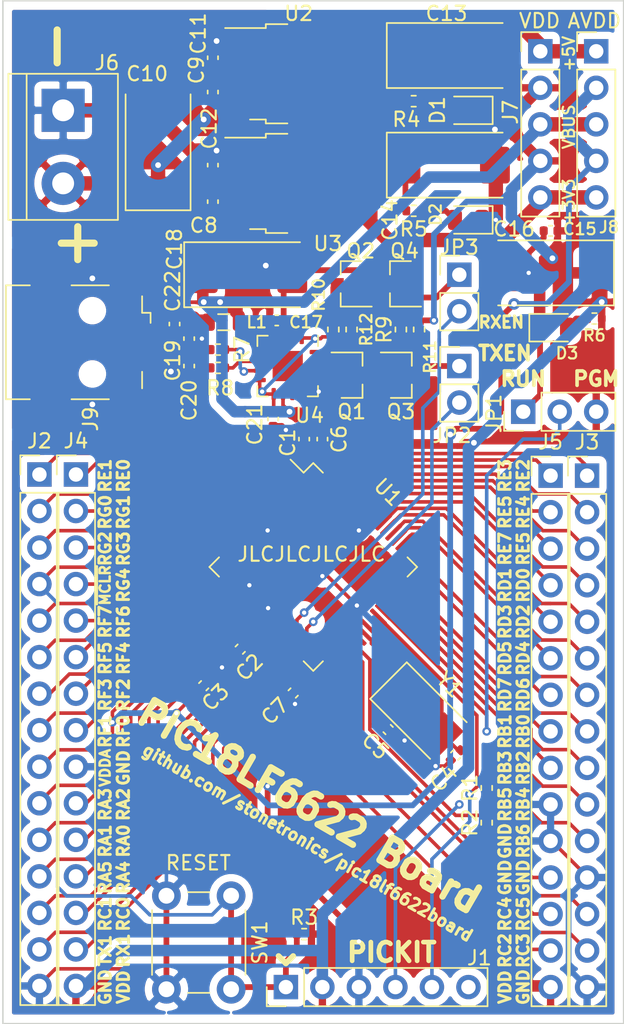
<source format=kicad_pcb>
(kicad_pcb (version 20171130) (host pcbnew 5.1.7-a382d34a8~87~ubuntu18.04.1)
  (layers (0 F.Cu signal) (31 B.Cu signal) (34 B.Paste user) (35 F.Paste user) (36 B.SilkS user) (37 F.SilkS user) (38 B.Mask user) (39 F.Mask user) (44 Edge.Cuts user))
  (net 0 "")
  (net 1 GND)
  (net 2 VDD)
  (net 3 VDDA)
  (net 4 +5V)
  (net 5 "Net-(D1-Pad2)")
  (net 6 "Net-(D2-Pad2)")
  (net 7 "Net-(D3-Pad2)")
  (net 8 /~MCLR~)
  (net 9 RX1)
  (net 10 TX1)
  (net 11 /PGD)
  (net 12 "Net-(C4-Pad2)")
  (net 13 "Net-(C5-Pad2)")
  (net 14 VBUS)
  (net 15 "Net-(C19-Pad2)")
  (net 16 "Net-(C20-Pad2)")
  (net 17 /RE1)
  (net 18 /RG0)
  (net 19 /RG2)
  (net 20 /RF7)
  (net 21 /RF5)
  (net 22 /RF3)
  (net 23 /RF1)
  (net 24 /RA3)
  (net 25 /RA1)
  (net 26 /RA5)
  (net 27 /RC1)
  (net 28 /RE2)
  (net 29 /RE4)
  (net 30 /RE6)
  (net 31 /RD0)
  (net 32 /RD2)
  (net 33 /RD4)
  (net 34 /RD6)
  (net 35 /RB0)
  (net 36 /RB2)
  (net 37 /RB4)
  (net 38 /RC5)
  (net 39 /RC3)
  (net 40 /RC0)
  (net 41 /RA4)
  (net 42 /RA0)
  (net 43 /RA2)
  (net 44 /RF0)
  (net 45 /RF2)
  (net 46 /RF4)
  (net 47 /RF6)
  (net 48 /RG4)
  (net 49 /RG3)
  (net 50 /RG1)
  (net 51 /RE0)
  (net 52 /RC2)
  (net 53 /RC4)
  (net 54 /RB3)
  (net 55 /RB1)
  (net 56 /RD7)
  (net 57 /RD5)
  (net 58 /RD3)
  (net 59 /RD1)
  (net 60 /RE7)
  (net 61 /RE5)
  (net 62 /RE3)
  (net 63 +3V3)
  (net 64 "Net-(JP2-Pad1)")
  (net 65 "Net-(Q1-Pad3)")
  (net 66 "Net-(Q1-Pad1)")
  (net 67 "Net-(Q2-Pad3)")
  (net 68 "Net-(Q2-Pad1)")
  (net 69 /PGC)
  (net 70 "Net-(C10-Pad1)")
  (net 71 "Net-(C21-Pad2)")
  (net 72 "Net-(J3-Pad11)")
  (net 73 "Net-(J5-Pad12)")
  (net 74 /PGM)
  (net 75 "Net-(JP3-Pad1)")
  (net 76 "Net-(R7-Pad1)")
  (net 77 "Net-(R8-Pad2)")
  (net 78 "Net-(C22-Pad2)")
  (module Package_QFP:TQFP-64_10x10mm_P0.5mm (layer F.Cu) (at 65.405 98.425 315)
    (fp_text reference U1 (at 0 -7.35 135) (layer F.SilkS))
    (fp_text value PIC18LF6622-IPT)
    (pad 1 smd roundrect (at -5.6625 -3.75 315) (size 1.475 0.3) (layers F.Cu F.Paste F.Mask) (net 17 /RE1))
    (pad 2 smd roundrect (at -5.6625 -3.25 315) (size 1.475 0.3) (layers F.Cu F.Paste F.Mask) (net 51 /RE0))
    (pad 3 smd roundrect (at -5.6625 -2.75 315) (size 1.475 0.3) (layers F.Cu F.Paste F.Mask) (net 18 /RG0))
    (pad 4 smd roundrect (at -5.6625 -2.25 315) (size 1.475 0.3) (layers F.Cu F.Paste F.Mask) (net 50 /RG1))
    (pad 5 smd roundrect (at -5.6625 -1.75 315) (size 1.475 0.3) (layers F.Cu F.Paste F.Mask) (net 19 /RG2))
    (pad 6 smd roundrect (at -5.6625 -1.25 315) (size 1.475 0.3) (layers F.Cu F.Paste F.Mask) (net 49 /RG3))
    (pad 7 smd roundrect (at -5.6625 -0.75 315) (size 1.475 0.3) (layers F.Cu F.Paste F.Mask) (net 8 /~MCLR~))
    (pad 8 smd roundrect (at -5.6625 -0.25 315) (size 1.475 0.3) (layers F.Cu F.Paste F.Mask) (net 48 /RG4))
    (pad 9 smd roundrect (at -5.6625 0.25 315) (size 1.475 0.3) (layers F.Cu F.Paste F.Mask) (net 1 GND))
    (pad 10 smd roundrect (at -5.6625 0.75 315) (size 1.475 0.3) (layers F.Cu F.Paste F.Mask) (net 2 VDD))
    (pad 11 smd roundrect (at -5.6625 1.25 315) (size 1.475 0.3) (layers F.Cu F.Paste F.Mask) (net 20 /RF7))
    (pad 12 smd roundrect (at -5.6625 1.75 315) (size 1.475 0.3) (layers F.Cu F.Paste F.Mask) (net 47 /RF6))
    (pad 13 smd roundrect (at -5.6625 2.25 315) (size 1.475 0.3) (layers F.Cu F.Paste F.Mask) (net 21 /RF5))
    (pad 14 smd roundrect (at -5.6625 2.75 315) (size 1.475 0.3) (layers F.Cu F.Paste F.Mask) (net 46 /RF4))
    (pad 15 smd roundrect (at -5.6625 3.25 315) (size 1.475 0.3) (layers F.Cu F.Paste F.Mask) (net 22 /RF3))
    (pad 16 smd roundrect (at -5.6625 3.75 315) (size 1.475 0.3) (layers F.Cu F.Paste F.Mask) (net 45 /RF2))
    (pad 17 smd roundrect (at -3.75 5.6625 315) (size 0.3 1.475) (layers F.Cu F.Paste F.Mask) (net 23 /RF1))
    (pad 18 smd roundrect (at -3.25 5.6625 315) (size 0.3 1.475) (layers F.Cu F.Paste F.Mask) (net 44 /RF0))
    (pad 19 smd roundrect (at -2.75 5.6625 315) (size 0.3 1.475) (layers F.Cu F.Paste F.Mask) (net 3 VDDA))
    (pad 20 smd roundrect (at -2.25 5.6625 315) (size 0.3 1.475) (layers F.Cu F.Paste F.Mask) (net 1 GND))
    (pad 21 smd roundrect (at -1.75 5.6625 315) (size 0.3 1.475) (layers F.Cu F.Paste F.Mask) (net 24 /RA3))
    (pad 22 smd roundrect (at -1.25 5.6625 315) (size 0.3 1.475) (layers F.Cu F.Paste F.Mask) (net 43 /RA2))
    (pad 23 smd roundrect (at -0.75 5.6625 315) (size 0.3 1.475) (layers F.Cu F.Paste F.Mask) (net 25 /RA1))
    (pad 24 smd roundrect (at -0.25 5.6625 315) (size 0.3 1.475) (layers F.Cu F.Paste F.Mask) (net 42 /RA0))
    (pad 25 smd roundrect (at 0.25 5.6625 315) (size 0.3 1.475) (layers F.Cu F.Paste F.Mask) (net 1 GND))
    (pad 26 smd roundrect (at 0.75 5.6625 315) (size 0.3 1.475) (layers F.Cu F.Paste F.Mask) (net 2 VDD))
    (pad 27 smd roundrect (at 1.25 5.6625 315) (size 0.3 1.475) (layers F.Cu F.Paste F.Mask) (net 26 /RA5))
    (pad 28 smd roundrect (at 1.75 5.6625 315) (size 0.3 1.475) (layers F.Cu F.Paste F.Mask) (net 41 /RA4))
    (pad 29 smd roundrect (at 2.25 5.6625 315) (size 0.3 1.475) (layers F.Cu F.Paste F.Mask) (net 27 /RC1))
    (pad 30 smd roundrect (at 2.75 5.6625 315) (size 0.3 1.475) (layers F.Cu F.Paste F.Mask) (net 40 /RC0))
    (pad 31 smd roundrect (at 3.25 5.6625 315) (size 0.3 1.475) (layers F.Cu F.Paste F.Mask) (net 10 TX1))
    (pad 32 smd roundrect (at 3.75 5.6625 315) (size 0.3 1.475) (layers F.Cu F.Paste F.Mask) (net 9 RX1))
    (pad 33 smd roundrect (at 5.6625 3.75 315) (size 1.475 0.3) (layers F.Cu F.Paste F.Mask) (net 52 /RC2))
    (pad 34 smd roundrect (at 5.6625 3.25 315) (size 1.475 0.3) (layers F.Cu F.Paste F.Mask) (net 39 /RC3))
    (pad 35 smd roundrect (at 5.6625 2.75 315) (size 1.475 0.3) (layers F.Cu F.Paste F.Mask) (net 53 /RC4))
    (pad 36 smd roundrect (at 5.6625 2.25 315) (size 1.475 0.3) (layers F.Cu F.Paste F.Mask) (net 38 /RC5))
    (pad 37 smd roundrect (at 5.6625 1.75 315) (size 1.475 0.3) (layers F.Cu F.Paste F.Mask) (net 11 /PGD))
    (pad 38 smd roundrect (at 5.6625 1.25 315) (size 1.475 0.3) (layers F.Cu F.Paste F.Mask) (net 2 VDD))
    (pad 39 smd roundrect (at 5.6625 0.75 315) (size 1.475 0.3) (layers F.Cu F.Paste F.Mask) (net 13 "Net-(C5-Pad2)"))
    (pad 40 smd roundrect (at 5.6625 0.25 315) (size 1.475 0.3) (layers F.Cu F.Paste F.Mask) (net 12 "Net-(C4-Pad2)"))
    (pad 41 smd roundrect (at 5.6625 -0.25 315) (size 1.475 0.3) (layers F.Cu F.Paste F.Mask) (net 1 GND))
    (pad 42 smd roundrect (at 5.6625 -0.75 315) (size 1.475 0.3) (layers F.Cu F.Paste F.Mask) (net 69 /PGC))
    (pad 43 smd roundrect (at 5.6625 -1.25 315) (size 1.475 0.3) (layers F.Cu F.Paste F.Mask) (net 74 /PGM))
    (pad 44 smd roundrect (at 5.6625 -1.75 315) (size 1.475 0.3) (layers F.Cu F.Paste F.Mask) (net 37 /RB4))
    (pad 45 smd roundrect (at 5.6625 -2.25 315) (size 1.475 0.3) (layers F.Cu F.Paste F.Mask) (net 54 /RB3))
    (pad 46 smd roundrect (at 5.6625 -2.75 315) (size 1.475 0.3) (layers F.Cu F.Paste F.Mask) (net 36 /RB2))
    (pad 47 smd roundrect (at 5.6625 -3.25 315) (size 1.475 0.3) (layers F.Cu F.Paste F.Mask) (net 55 /RB1))
    (pad 48 smd roundrect (at 5.6625 -3.75 315) (size 1.475 0.3) (layers F.Cu F.Paste F.Mask) (net 35 /RB0))
    (pad 49 smd roundrect (at 3.75 -5.6625 315) (size 0.3 1.475) (layers F.Cu F.Paste F.Mask) (net 56 /RD7))
    (pad 50 smd roundrect (at 3.25 -5.6625 315) (size 0.3 1.475) (layers F.Cu F.Paste F.Mask) (net 34 /RD6))
    (pad 51 smd roundrect (at 2.75 -5.6625 315) (size 0.3 1.475) (layers F.Cu F.Paste F.Mask) (net 57 /RD5))
    (pad 52 smd roundrect (at 2.25 -5.6625 315) (size 0.3 1.475) (layers F.Cu F.Paste F.Mask) (net 33 /RD4))
    (pad 53 smd roundrect (at 1.75 -5.6625 315) (size 0.3 1.475) (layers F.Cu F.Paste F.Mask) (net 58 /RD3))
    (pad 54 smd roundrect (at 1.25 -5.6625 315) (size 0.3 1.475) (layers F.Cu F.Paste F.Mask) (net 32 /RD2))
    (pad 55 smd roundrect (at 0.75 -5.6625 315) (size 0.3 1.475) (layers F.Cu F.Paste F.Mask) (net 59 /RD1))
    (pad 56 smd roundrect (at 0.25 -5.6625 315) (size 0.3 1.475) (layers F.Cu F.Paste F.Mask) (net 1 GND))
    (pad 57 smd roundrect (at -0.25 -5.6625 315) (size 0.3 1.475) (layers F.Cu F.Paste F.Mask) (net 2 VDD))
    (pad 58 smd roundrect (at -0.75 -5.6625 315) (size 0.3 1.475) (layers F.Cu F.Paste F.Mask) (net 31 /RD0))
    (pad 59 smd roundrect (at -1.25 -5.6625 315) (size 0.3 1.475) (layers F.Cu F.Paste F.Mask) (net 60 /RE7))
    (pad 60 smd roundrect (at -1.75 -5.6625 315) (size 0.3 1.475) (layers F.Cu F.Paste F.Mask) (net 30 /RE6))
    (pad 61 smd roundrect (at -2.25 -5.6625 315) (size 0.3 1.475) (layers F.Cu F.Paste F.Mask) (net 61 /RE5))
    (pad 62 smd roundrect (at -2.75 -5.6625 315) (size 0.3 1.475) (layers F.Cu F.Paste F.Mask) (net 29 /RE4))
    (pad 63 smd roundrect (at -3.25 -5.6625 315) (size 0.3 1.475) (layers F.Cu F.Paste F.Mask) (net 62 /RE3))
    (pad 64 smd roundrect (at -3.75 -5.6625 315) (size 0.3 1.475) (layers F.Cu F.Paste F.Mask) (net 28 /RE2))
  )
  (module Crystal:Crystal_SMD_Abracon_ABM3-2Pin_5.0x3.2mm (layer F.Cu) (at 72.898 108.585 315)
    (fp_text reference Y1 (at 0 -2.8 135) (layer F.SilkS))
    (fp_text value "12 MHz")
    (pad 1 smd rect (at -2.05 0 315) (size 1.9 2.4) (layers F.Cu F.Paste F.Mask) (net 13 "Net-(C5-Pad2)"))
    (pad 2 smd rect (at 2.05 0 315) (size 1.9 2.4) (layers F.Cu F.Paste F.Mask) (net 12 "Net-(C4-Pad2)"))
  )
  (module Capacitor_SMD:C_0402_1005Metric (layer F.Cu) (at 70.612 109.728 135)
    (fp_text reference C5 (at -0.179605 -1.436841 135) (layer F.SilkS))
    (fp_text value 22p)
    (pad 2 smd roundrect (at 0.48 0 135) (size 0.56 0.62) (layers F.Cu F.Paste F.Mask) (net 13 "Net-(C5-Pad2)"))
    (pad 1 smd roundrect (at -0.48 0 135) (size 0.56 0.62) (layers F.Cu F.Paste F.Mask) (net 1 GND))
  )
  (module Capacitor_SMD:C_0402_1005Metric (layer F.Cu) (at 64.77 89.535 270)
    (fp_text reference C1 (at 0.254 1.143 90) (layer F.SilkS))
    (fp_text value 100n)
    (pad 1 smd roundrect (at -0.48 0 270) (size 0.56 0.62) (layers F.Cu F.Paste F.Mask) (net 1 GND))
    (pad 2 smd roundrect (at 0.48 0 270) (size 0.56 0.62) (layers F.Cu F.Paste F.Mask) (net 2 VDD))
  )
  (module Capacitor_SMD:C_0402_1005Metric (layer F.Cu) (at 60.325 104.14 45)
    (fp_text reference C2 (at -0.449013 1.347038 45) (layer F.SilkS))
    (fp_text value 100n)
    (pad 1 smd roundrect (at -0.48 0 45) (size 0.56 0.62) (layers F.Cu F.Paste F.Mask) (net 1 GND))
    (pad 2 smd roundrect (at 0.48 0 45) (size 0.56 0.62) (layers F.Cu F.Paste F.Mask) (net 2 VDD))
  )
  (module Capacitor_SMD:C_0402_1005Metric (layer F.Cu) (at 57.785 106.68 225)
    (fp_text reference C3 (at 0 -1.16 45) (layer F.SilkS))
    (fp_text value 100n)
    (pad 2 smd roundrect (at 0.48 0 225) (size 0.56 0.62) (layers F.Cu F.Paste F.Mask) (net 3 VDDA))
    (pad 1 smd roundrect (at -0.48 0 225) (size 0.56 0.62) (layers F.Cu F.Paste F.Mask) (net 1 GND))
  )
  (module Capacitor_SMD:C_0402_1005Metric (layer F.Cu) (at 66.04 89.535 270)
    (fp_text reference C6 (at 0 -1.16 90) (layer F.SilkS))
    (fp_text value 100n)
    (pad 1 smd roundrect (at -0.48 0 270) (size 0.56 0.62) (layers F.Cu F.Paste F.Mask) (net 1 GND))
    (pad 2 smd roundrect (at 0.48 0 270) (size 0.56 0.62) (layers F.Cu F.Paste F.Mask) (net 2 VDD))
  )
  (module Capacitor_SMD:C_0402_1005Metric (layer F.Cu) (at 64.008 107.188 45)
    (fp_text reference C7 (at -1.796051 0 45) (layer F.SilkS))
    (fp_text value 100n)
    (pad 2 smd roundrect (at 0.48 0 45) (size 0.56 0.62) (layers F.Cu F.Paste F.Mask) (net 2 VDD))
    (pad 1 smd roundrect (at -0.48 0 45) (size 0.56 0.62) (layers F.Cu F.Paste F.Mask) (net 1 GND))
  )
  (module Capacitor_SMD:C_0402_1005Metric (layer F.Cu) (at 58.42 65.405 270)
    (fp_text reference C9 (at -1.524 1.143 270) (layer F.SilkS))
    (fp_text value 100n)
    (pad 2 smd roundrect (at 0.48 0 270) (size 0.56 0.62) (layers F.Cu F.Paste F.Mask) (net 70 "Net-(C10-Pad1)"))
    (pad 1 smd roundrect (at -0.48 0 270) (size 0.56 0.62) (layers F.Cu F.Paste F.Mask) (net 1 GND))
  )
  (module Capacitor_Tantalum_SMD:CP_EIA-7343-31_Kemet-D (layer F.Cu) (at 54.61 69.215 90)
    (fp_text reference C10 (at 5.08 -0.762 180) (layer F.SilkS))
    (fp_text value 150uF)
    (pad 1 smd roundrect (at -3.1125 0 90) (size 2.075 2.55) (layers F.Cu F.Paste F.Mask) (roundrect_rratio 0.1204819277108434) (net 70 "Net-(C10-Pad1)"))
    (pad 2 smd roundrect (at 3.1125 0 90) (size 2.075 2.55) (layers F.Cu F.Paste F.Mask) (roundrect_rratio 0.1204819277108434) (net 1 GND))
  )
  (module Capacitor_SMD:C_0402_1005Metric (layer F.Cu) (at 58.42 63.02 270)
    (fp_text reference C11 (at -1.679 1.016 90) (layer F.SilkS))
    (fp_text value 100n)
    (pad 2 smd roundrect (at 0.48 0 270) (size 0.56 0.62) (layers F.Cu F.Paste F.Mask) (net 4 +5V))
    (pad 1 smd roundrect (at -0.48 0 270) (size 0.56 0.62) (layers F.Cu F.Paste F.Mask) (net 1 GND))
  )
  (module Capacitor_SMD:C_0402_1005Metric (layer F.Cu) (at 58.42 70.485 270)
    (fp_text reference C12 (at -2.54 0.254 90) (layer F.SilkS))
    (fp_text value 100n)
    (pad 1 smd roundrect (at -0.48 0 270) (size 0.56 0.62) (layers F.Cu F.Paste F.Mask) (net 1 GND))
    (pad 2 smd roundrect (at 0.48 0 270) (size 0.56 0.62) (layers F.Cu F.Paste F.Mask) (net 63 +3V3))
  )
  (module Capacitor_Tantalum_SMD:CP_EIA-7343-31_Kemet-D (layer F.Cu) (at 74.93 62.865)
    (fp_text reference C13 (at -0.254 -2.921) (layer F.SilkS))
    (fp_text value 150uF)
    (pad 2 smd roundrect (at 3.1125 0) (size 2.075 2.55) (layers F.Cu F.Paste F.Mask) (roundrect_rratio 0.1204819277108434) (net 1 GND))
    (pad 1 smd roundrect (at -3.1125 0) (size 2.075 2.55) (layers F.Cu F.Paste F.Mask) (roundrect_rratio 0.1204819277108434) (net 4 +5V))
  )
  (module Capacitor_Tantalum_SMD:CP_EIA-7343-31_Kemet-D (layer F.Cu) (at 74.93 70.485)
    (fp_text reference C14 (at -4.191 3.81 90) (layer F.SilkS))
    (fp_text value 150uF)
    (pad 1 smd roundrect (at -3.1125 0) (size 2.075 2.55) (layers F.Cu F.Paste F.Mask) (roundrect_rratio 0.1204819277108434) (net 63 +3V3))
    (pad 2 smd roundrect (at 3.1125 0) (size 2.075 2.55) (layers F.Cu F.Paste F.Mask) (roundrect_rratio 0.1204819277108434) (net 1 GND))
  )
  (module Capacitor_SMD:C_0402_1005Metric (layer F.Cu) (at 81.915 75.057)
    (fp_text reference C15 (at 2.032 -0.127) (layer F.SilkS) (effects (font (size 0.8 0.8))))
    (fp_text value 100n)
    (pad 1 smd roundrect (at -0.48 0) (size 0.56 0.62) (layers F.Cu F.Paste F.Mask) (net 1 GND))
    (pad 2 smd roundrect (at 0.48 0) (size 0.56 0.62) (layers F.Cu F.Paste F.Mask) (net 2 VDD))
  )
  (module Capacitor_Tantalum_SMD:CP_EIA-7343-31_Kemet-D (layer F.Cu) (at 81.915 77.978 180)
    (fp_text reference C16 (at 2.54 3.048 180) (layer F.SilkS))
    (fp_text value 150uF)
    (pad 2 smd roundrect (at 3.1125 0 180) (size 2.075 2.55) (layers F.Cu F.Paste F.Mask) (roundrect_rratio 0.1204819277108434) (net 1 GND))
    (pad 1 smd roundrect (at -3.1125 0 180) (size 2.075 2.55) (layers F.Cu F.Paste F.Mask) (roundrect_rratio 0.1204819277108434) (net 2 VDD))
  )
  (module LED_SMD:LED_0805_2012Metric (layer F.Cu) (at 76.2 66.675 180)
    (fp_text reference D1 (at 2.159 0 90) (layer F.SilkS))
    (fp_text value LED)
    (pad 1 smd roundrect (at -0.9375 0 180) (size 0.975 1.4) (layers F.Cu F.Paste F.Mask) (net 1 GND))
    (pad 2 smd roundrect (at 0.9375 0 180) (size 0.975 1.4) (layers F.Cu F.Paste F.Mask) (net 5 "Net-(D1-Pad2)"))
  )
  (module LED_SMD:LED_0805_2012Metric (layer F.Cu) (at 76.2 74.295 180)
    (fp_text reference D2 (at 2.286 0.381 90) (layer F.SilkS) (effects (font (size 0.8 0.8))))
    (fp_text value LED)
    (pad 1 smd roundrect (at -0.9375 0 180) (size 0.975 1.4) (layers F.Cu F.Paste F.Mask) (net 1 GND))
    (pad 2 smd roundrect (at 0.9375 0 180) (size 0.975 1.4) (layers F.Cu F.Paste F.Mask) (net 6 "Net-(D2-Pad2)"))
  )
  (module LED_SMD:LED_0805_2012Metric (layer F.Cu) (at 82.1205 81.788)
    (fp_text reference D3 (at 0.9375 1.778) (layer F.SilkS) (effects (font (size 0.8 0.8))))
    (fp_text value LED)
    (pad 2 smd roundrect (at 0.9375 0) (size 0.975 1.4) (layers F.Cu F.Paste F.Mask) (net 7 "Net-(D3-Pad2)"))
    (pad 1 smd roundrect (at -0.9375 0) (size 0.975 1.4) (layers F.Cu F.Paste F.Mask) (net 1 GND))
  )
  (module Connector_PinHeader_2.54mm:PinHeader_1x15_P2.54mm_Vertical (layer F.Cu) (at 46.355 91.995001)
    (fp_text reference J2 (at 0 -2.33) (layer F.SilkS))
    (fp_text value IO_A)
    (pad 1 thru_hole rect (at 0 0) (size 1.7 1.7) (drill 1) (layers *.Cu *.Mask) (net 17 /RE1))
    (pad 2 thru_hole oval (at 0 2.54) (size 1.7 1.7) (drill 1) (layers *.Cu *.Mask) (net 18 /RG0))
    (pad 3 thru_hole oval (at 0 5.08) (size 1.7 1.7) (drill 1) (layers *.Cu *.Mask) (net 19 /RG2))
    (pad 4 thru_hole oval (at 0 7.62) (size 1.7 1.7) (drill 1) (layers *.Cu *.Mask) (net 8 /~MCLR~))
    (pad 5 thru_hole oval (at 0 10.16) (size 1.7 1.7) (drill 1) (layers *.Cu *.Mask) (net 20 /RF7))
    (pad 6 thru_hole oval (at 0 12.7) (size 1.7 1.7) (drill 1) (layers *.Cu *.Mask) (net 21 /RF5))
    (pad 7 thru_hole oval (at 0 15.24) (size 1.7 1.7) (drill 1) (layers *.Cu *.Mask) (net 22 /RF3))
    (pad 8 thru_hole oval (at 0 17.78) (size 1.7 1.7) (drill 1) (layers *.Cu *.Mask) (net 23 /RF1))
    (pad 9 thru_hole oval (at 0 20.32) (size 1.7 1.7) (drill 1) (layers *.Cu *.Mask) (net 3 VDDA))
    (pad 10 thru_hole oval (at 0 22.86) (size 1.7 1.7) (drill 1) (layers *.Cu *.Mask) (net 24 /RA3))
    (pad 11 thru_hole oval (at 0 25.4) (size 1.7 1.7) (drill 1) (layers *.Cu *.Mask) (net 25 /RA1))
    (pad 12 thru_hole oval (at 0 27.94) (size 1.7 1.7) (drill 1) (layers *.Cu *.Mask) (net 26 /RA5))
    (pad 13 thru_hole oval (at 0 30.48) (size 1.7 1.7) (drill 1) (layers *.Cu *.Mask) (net 27 /RC1))
    (pad 14 thru_hole oval (at 0 33.02) (size 1.7 1.7) (drill 1) (layers *.Cu *.Mask) (net 10 TX1))
    (pad 15 thru_hole oval (at 0 35.56) (size 1.7 1.7) (drill 1) (layers *.Cu *.Mask) (net 1 GND))
  )
  (module Connector_PinHeader_2.54mm:PinHeader_1x15_P2.54mm_Vertical (layer F.Cu) (at 48.895 91.995001)
    (fp_text reference J4 (at 0 -2.333001) (layer F.SilkS))
    (fp_text value IO_B)
    (pad 15 thru_hole oval (at 0 35.56) (size 1.7 1.7) (drill 1) (layers *.Cu *.Mask) (net 2 VDD))
    (pad 14 thru_hole oval (at 0 33.02) (size 1.7 1.7) (drill 1) (layers *.Cu *.Mask) (net 9 RX1))
    (pad 13 thru_hole oval (at 0 30.48) (size 1.7 1.7) (drill 1) (layers *.Cu *.Mask) (net 40 /RC0))
    (pad 12 thru_hole oval (at 0 27.94) (size 1.7 1.7) (drill 1) (layers *.Cu *.Mask) (net 41 /RA4))
    (pad 11 thru_hole oval (at 0 25.4) (size 1.7 1.7) (drill 1) (layers *.Cu *.Mask) (net 42 /RA0))
    (pad 10 thru_hole oval (at 0 22.86) (size 1.7 1.7) (drill 1) (layers *.Cu *.Mask) (net 43 /RA2))
    (pad 9 thru_hole oval (at 0 20.32) (size 1.7 1.7) (drill 1) (layers *.Cu *.Mask) (net 1 GND))
    (pad 8 thru_hole oval (at 0 17.78) (size 1.7 1.7) (drill 1) (layers *.Cu *.Mask) (net 44 /RF0))
    (pad 7 thru_hole oval (at 0 15.24) (size 1.7 1.7) (drill 1) (layers *.Cu *.Mask) (net 45 /RF2))
    (pad 6 thru_hole oval (at 0 12.7) (size 1.7 1.7) (drill 1) (layers *.Cu *.Mask) (net 46 /RF4))
    (pad 5 thru_hole oval (at 0 10.16) (size 1.7 1.7) (drill 1) (layers *.Cu *.Mask) (net 47 /RF6))
    (pad 4 thru_hole oval (at 0 7.62) (size 1.7 1.7) (drill 1) (layers *.Cu *.Mask) (net 48 /RG4))
    (pad 3 thru_hole oval (at 0 5.08) (size 1.7 1.7) (drill 1) (layers *.Cu *.Mask) (net 49 /RG3))
    (pad 2 thru_hole oval (at 0 2.54) (size 1.7 1.7) (drill 1) (layers *.Cu *.Mask) (net 50 /RG1))
    (pad 1 thru_hole rect (at 0 0) (size 1.7 1.7) (drill 1) (layers *.Cu *.Mask) (net 51 /RE0))
  )
  (module Connector_PinHeader_2.54mm:PinHeader_1x15_P2.54mm_Vertical (layer F.Cu) (at 81.915 92.075)
    (fp_text reference J5 (at 0 -2.33) (layer F.SilkS))
    (fp_text value IO_D)
    (pad 15 thru_hole oval (at 0 35.56) (size 1.7 1.7) (drill 1) (layers *.Cu *.Mask) (net 2 VDD))
    (pad 14 thru_hole oval (at 0 33.02) (size 1.7 1.7) (drill 1) (layers *.Cu *.Mask) (net 52 /RC2))
    (pad 13 thru_hole oval (at 0 30.48) (size 1.7 1.7) (drill 1) (layers *.Cu *.Mask) (net 53 /RC4))
    (pad 12 thru_hole oval (at 0 27.94) (size 1.7 1.7) (drill 1) (layers *.Cu *.Mask) (net 73 "Net-(J5-Pad12)"))
    (pad 11 thru_hole oval (at 0 25.4) (size 1.7 1.7) (drill 1) (layers *.Cu *.Mask) (net 1 GND))
    (pad 10 thru_hole oval (at 0 22.86) (size 1.7 1.7) (drill 1) (layers *.Cu *.Mask) (net 1 GND))
    (pad 9 thru_hole oval (at 0 20.32) (size 1.7 1.7) (drill 1) (layers *.Cu *.Mask) (net 54 /RB3))
    (pad 8 thru_hole oval (at 0 17.78) (size 1.7 1.7) (drill 1) (layers *.Cu *.Mask) (net 55 /RB1))
    (pad 7 thru_hole oval (at 0 15.24) (size 1.7 1.7) (drill 1) (layers *.Cu *.Mask) (net 56 /RD7))
    (pad 6 thru_hole oval (at 0 12.7) (size 1.7 1.7) (drill 1) (layers *.Cu *.Mask) (net 57 /RD5))
    (pad 5 thru_hole oval (at 0 10.16) (size 1.7 1.7) (drill 1) (layers *.Cu *.Mask) (net 58 /RD3))
    (pad 4 thru_hole oval (at 0 7.62) (size 1.7 1.7) (drill 1) (layers *.Cu *.Mask) (net 59 /RD1))
    (pad 3 thru_hole oval (at 0 5.08) (size 1.7 1.7) (drill 1) (layers *.Cu *.Mask) (net 60 /RE7))
    (pad 2 thru_hole oval (at 0 2.54) (size 1.7 1.7) (drill 1) (layers *.Cu *.Mask) (net 61 /RE5))
    (pad 1 thru_hole rect (at 0 0) (size 1.7 1.7) (drill 1) (layers *.Cu *.Mask) (net 62 /RE3))
  )
  (module Connector_PinHeader_2.54mm:PinHeader_1x15_P2.54mm_Vertical (layer F.Cu) (at 84.455 92.075)
    (fp_text reference J3 (at 0 -2.33) (layer F.SilkS))
    (fp_text value IO_C)
    (pad 1 thru_hole rect (at 0 0) (size 1.7 1.7) (drill 1) (layers *.Cu *.Mask) (net 28 /RE2))
    (pad 2 thru_hole oval (at 0 2.54) (size 1.7 1.7) (drill 1) (layers *.Cu *.Mask) (net 29 /RE4))
    (pad 3 thru_hole oval (at 0 5.08) (size 1.7 1.7) (drill 1) (layers *.Cu *.Mask) (net 30 /RE6))
    (pad 4 thru_hole oval (at 0 7.62) (size 1.7 1.7) (drill 1) (layers *.Cu *.Mask) (net 31 /RD0))
    (pad 5 thru_hole oval (at 0 10.16) (size 1.7 1.7) (drill 1) (layers *.Cu *.Mask) (net 32 /RD2))
    (pad 6 thru_hole oval (at 0 12.7) (size 1.7 1.7) (drill 1) (layers *.Cu *.Mask) (net 33 /RD4))
    (pad 7 thru_hole oval (at 0 15.24) (size 1.7 1.7) (drill 1) (layers *.Cu *.Mask) (net 34 /RD6))
    (pad 8 thru_hole oval (at 0 17.78) (size 1.7 1.7) (drill 1) (layers *.Cu *.Mask) (net 35 /RB0))
    (pad 9 thru_hole oval (at 0 20.32) (size 1.7 1.7) (drill 1) (layers *.Cu *.Mask) (net 36 /RB2))
    (pad 10 thru_hole oval (at 0 22.86) (size 1.7 1.7) (drill 1) (layers *.Cu *.Mask) (net 37 /RB4))
    (pad 11 thru_hole oval (at 0 25.4) (size 1.7 1.7) (drill 1) (layers *.Cu *.Mask) (net 72 "Net-(J3-Pad11)"))
    (pad 12 thru_hole oval (at 0 27.94) (size 1.7 1.7) (drill 1) (layers *.Cu *.Mask) (net 1 GND))
    (pad 13 thru_hole oval (at 0 30.48) (size 1.7 1.7) (drill 1) (layers *.Cu *.Mask) (net 38 /RC5))
    (pad 14 thru_hole oval (at 0 33.02) (size 1.7 1.7) (drill 1) (layers *.Cu *.Mask) (net 39 /RC3))
    (pad 15 thru_hole oval (at 0 35.56) (size 1.7 1.7) (drill 1) (layers *.Cu *.Mask) (net 1 GND))
  )
  (module Resistor_SMD:R_0402_1005Metric (layer F.Cu) (at 64.77 123.952)
    (fp_text reference R3 (at 0 -1.17) (layer F.SilkS))
    (fp_text value 10k)
    (pad 2 smd roundrect (at 0.51 0) (size 0.54 0.64) (layers F.Cu F.Paste F.Mask) (net 2 VDD))
    (pad 1 smd roundrect (at -0.51 0) (size 0.54 0.64) (layers F.Cu F.Paste F.Mask) (net 8 /~MCLR~))
  )
  (module Resistor_SMD:R_0402_1005Metric (layer F.Cu) (at 72.39 66.04)
    (fp_text reference R4 (at -0.508 1.27) (layer F.SilkS))
    (fp_text value 270R)
    (pad 1 smd roundrect (at -0.51 0) (size 0.54 0.64) (layers F.Cu F.Paste F.Mask) (net 4 +5V))
    (pad 2 smd roundrect (at 0.51 0) (size 0.54 0.64) (layers F.Cu F.Paste F.Mask) (net 5 "Net-(D1-Pad2)"))
  )
  (module Resistor_SMD:R_0402_1005Metric (layer F.Cu) (at 72.39 73.66)
    (fp_text reference R5 (at 0 1.27) (layer F.SilkS))
    (fp_text value 120R)
    (pad 1 smd roundrect (at -0.51 0) (size 0.54 0.64) (layers F.Cu F.Paste F.Mask) (net 63 +3V3))
    (pad 2 smd roundrect (at 0.51 0) (size 0.54 0.64) (layers F.Cu F.Paste F.Mask) (net 6 "Net-(D2-Pad2)"))
  )
  (module Resistor_SMD:R_0402_1005Metric (layer F.Cu) (at 84.963 81.153 180)
    (fp_text reference R6 (at 0 -1.17) (layer F.SilkS) (effects (font (size 0.8 0.8))))
    (fp_text value 270R)
    (pad 2 smd roundrect (at 0.51 0 180) (size 0.54 0.64) (layers F.Cu F.Paste F.Mask) (net 7 "Net-(D3-Pad2)"))
    (pad 1 smd roundrect (at -0.51 0 180) (size 0.54 0.64) (layers F.Cu F.Paste F.Mask) (net 2 VDD))
  )
  (module Package_TO_SOT_SMD:TO-252-3_TabPin2 (layer F.Cu) (at 64.575 71.755)
    (fp_text reference U3 (at 1.846 4.191) (layer F.SilkS))
    (fp_text value AMS1117CD-3.3)
    (pad 1 smd rect (at -4.2 -2.28) (size 2.2 1.2) (layers F.Cu F.Paste F.Mask) (net 1 GND))
    (pad 2 smd rect (at -4.2 0) (size 2.2 1.2) (layers F.Cu F.Paste F.Mask) (net 63 +3V3))
    (pad 3 smd rect (at -4.2 2.28) (size 2.2 1.2) (layers F.Cu F.Paste F.Mask) (net 70 "Net-(C10-Pad1)"))
    (pad 2 smd rect (at 2.1 0) (size 6.4 5.8) (layers F.Cu F.Mask) (net 63 +3V3))
  )
  (module Capacitor_SMD:C_0402_1005Metric (layer F.Cu) (at 75.311 111.506 45)
    (fp_text reference C4 (at -1.718026 0.558025 45) (layer F.SilkS))
    (fp_text value 22p)
    (pad 1 smd roundrect (at -0.48 0 45) (size 0.56 0.62) (layers F.Cu F.Paste F.Mask) (net 1 GND))
    (pad 2 smd roundrect (at 0.48 0 45) (size 0.56 0.62) (layers F.Cu F.Paste F.Mask) (net 12 "Net-(C4-Pad2)"))
  )
  (module Capacitor_SMD:C_0402_1005Metric (layer F.Cu) (at 62.865 81.28 180)
    (fp_text reference C17 (at -2.032 -0.127) (layer F.SilkS) (effects (font (size 0.8 0.8))))
    (fp_text value 100n)
    (pad 2 smd roundrect (at 0.48 0 180) (size 0.56 0.62) (layers F.Cu F.Paste F.Mask) (net 14 VBUS))
    (pad 1 smd roundrect (at -0.48 0 180) (size 0.56 0.62) (layers F.Cu F.Paste F.Mask) (net 1 GND))
  )
  (module Capacitor_Tantalum_SMD:CP_EIA-7343-31_Kemet-D (layer F.Cu) (at 60.833 78.105)
    (fp_text reference C18 (at -5.08 -1.778 90) (layer F.SilkS))
    (fp_text value 150uF)
    (pad 1 smd roundrect (at -3.1125 0) (size 2.075 2.55) (layers F.Cu F.Paste F.Mask) (roundrect_rratio 0.1204819277108434) (net 14 VBUS))
    (pad 2 smd roundrect (at 3.1125 0) (size 2.075 2.55) (layers F.Cu F.Paste F.Mask) (roundrect_rratio 0.1204819277108434) (net 1 GND))
  )
  (module Capacitor_SMD:C_0402_1005Metric (layer F.Cu) (at 56.769 82.55 270)
    (fp_text reference C19 (at 1.524 1.143 90) (layer F.SilkS))
    (fp_text value 47p)
    (pad 1 smd roundrect (at -0.48 0 270) (size 0.56 0.62) (layers F.Cu F.Paste F.Mask) (net 1 GND))
    (pad 2 smd roundrect (at 0.48 0 270) (size 0.56 0.62) (layers F.Cu F.Paste F.Mask) (net 15 "Net-(C19-Pad2)"))
  )
  (module Capacitor_SMD:C_0402_1005Metric (layer F.Cu) (at 56.769 84.455 90)
    (fp_text reference C20 (at -2.385 0 90) (layer F.SilkS))
    (fp_text value 47p)
    (pad 2 smd roundrect (at 0.48 0 90) (size 0.56 0.62) (layers F.Cu F.Paste F.Mask) (net 16 "Net-(C20-Pad2)"))
    (pad 1 smd roundrect (at -0.48 0 90) (size 0.56 0.62) (layers F.Cu F.Paste F.Mask) (net 1 GND))
  )
  (module Capacitor_SMD:C_0402_1005Metric (layer F.Cu) (at 62.611 88.138 90)
    (fp_text reference C21 (at -0.381 -1.27 90) (layer F.SilkS))
    (fp_text value 100n)
    (pad 1 smd roundrect (at -0.48 0 90) (size 0.56 0.62) (layers F.Cu F.Paste F.Mask) (net 1 GND))
    (pad 2 smd roundrect (at 0.48 0 90) (size 0.56 0.62) (layers F.Cu F.Paste F.Mask) (net 71 "Net-(C21-Pad2)"))
  )
  (module Connector_PinHeader_2.54mm:PinHeader_1x06_P2.54mm_Vertical (layer F.Cu) (at 63.5 127.635 90)
    (fp_text reference J1 (at 2.032 13.462 180) (layer F.SilkS))
    (fp_text value PICKIT)
    (pad 1 thru_hole rect (at 0 0 90) (size 1.7 1.7) (drill 1) (layers *.Cu *.Mask) (net 8 /~MCLR~))
    (pad 2 thru_hole oval (at 0 2.54 90) (size 1.7 1.7) (drill 1) (layers *.Cu *.Mask) (net 2 VDD))
    (pad 3 thru_hole oval (at 0 5.08 90) (size 1.7 1.7) (drill 1) (layers *.Cu *.Mask) (net 1 GND))
    (pad 4 thru_hole oval (at 0 7.62 90) (size 1.7 1.7) (drill 1) (layers *.Cu *.Mask) (net 11 /PGD))
    (pad 5 thru_hole oval (at 0 10.16 90) (size 1.7 1.7) (drill 1) (layers *.Cu *.Mask) (net 69 /PGC))
    (pad 6 thru_hole oval (at 0 12.7 90) (size 1.7 1.7) (drill 1) (layers *.Cu *.Mask))
  )
  (module TerminalBlock:TerminalBlock_bornier-2_P5.08mm (layer F.Cu) (at 48.006 66.675 270)
    (fp_text reference J6 (at -3.302 -3.048 180) (layer F.SilkS))
    (fp_text value POWER)
    (pad 1 thru_hole rect (at 0 0 270) (size 3 3) (drill 1.52) (layers *.Cu *.Mask) (net 1 GND))
    (pad 2 thru_hole circle (at 5.08 0 270) (size 3 3) (drill 1.52) (layers *.Cu *.Mask) (net 70 "Net-(C10-Pad1)"))
  )
  (module Connector_PinHeader_2.54mm:PinHeader_1x05_P2.54mm_Vertical (layer F.Cu) (at 81.200001 62.570001)
    (fp_text reference J7 (at -2.079001 4.231999 90) (layer F.SilkS))
    (fp_text value VDD)
    (pad 1 thru_hole rect (at 0 0) (size 1.7 1.7) (drill 1) (layers *.Cu *.Mask) (net 4 +5V))
    (pad 2 thru_hole oval (at 0 2.54) (size 1.7 1.7) (drill 1) (layers *.Cu *.Mask) (net 2 VDD))
    (pad 3 thru_hole oval (at 0 5.08) (size 1.7 1.7) (drill 1) (layers *.Cu *.Mask) (net 14 VBUS))
    (pad 4 thru_hole oval (at 0 7.62) (size 1.7 1.7) (drill 1) (layers *.Cu *.Mask) (net 2 VDD))
    (pad 5 thru_hole oval (at 0 10.16) (size 1.7 1.7) (drill 1) (layers *.Cu *.Mask) (net 63 +3V3))
  )
  (module Connector_PinHeader_2.54mm:PinHeader_1x05_P2.54mm_Vertical (layer F.Cu) (at 85.09 62.570001)
    (fp_text reference J8 (at 0.889 12.232999) (layer F.SilkS) (effects (font (size 0.8 0.8))))
    (fp_text value AVDD)
    (pad 5 thru_hole oval (at 0 10.16) (size 1.7 1.7) (drill 1) (layers *.Cu *.Mask) (net 63 +3V3))
    (pad 4 thru_hole oval (at 0 7.62) (size 1.7 1.7) (drill 1) (layers *.Cu *.Mask) (net 3 VDDA))
    (pad 3 thru_hole oval (at 0 5.08) (size 1.7 1.7) (drill 1) (layers *.Cu *.Mask) (net 14 VBUS))
    (pad 2 thru_hole oval (at 0 2.54) (size 1.7 1.7) (drill 1) (layers *.Cu *.Mask) (net 3 VDDA))
    (pad 1 thru_hole rect (at 0 0) (size 1.7 1.7) (drill 1) (layers *.Cu *.Mask) (net 4 +5V))
  )
  (module Connector_PinHeader_2.54mm:PinHeader_1x02_P2.54mm_Vertical (layer F.Cu) (at 75.565 84.455)
    (fp_text reference JP2 (at -0.508 4.826 180) (layer F.SilkS))
    (fp_text value TX)
    (pad 1 thru_hole rect (at 0 0) (size 1.7 1.7) (drill 1) (layers *.Cu *.Mask) (net 64 "Net-(JP2-Pad1)"))
    (pad 2 thru_hole oval (at 0 2.54) (size 1.7 1.7) (drill 1) (layers *.Cu *.Mask) (net 9 RX1))
  )
  (module Connector_PinHeader_2.54mm:PinHeader_1x02_P2.54mm_Vertical (layer F.Cu) (at 75.565 78.105)
    (fp_text reference JP3 (at 0 -1.905 180) (layer F.SilkS))
    (fp_text value RX)
    (pad 2 thru_hole oval (at 0 2.54) (size 1.7 1.7) (drill 1) (layers *.Cu *.Mask) (net 10 TX1))
    (pad 1 thru_hole rect (at 0 0) (size 1.7 1.7) (drill 1) (layers *.Cu *.Mask) (net 75 "Net-(JP3-Pad1)"))
  )
  (module Package_TO_SOT_SMD:SOT-23 (layer F.Cu) (at 68.072 85.09)
    (fp_text reference Q1 (at 0 2.54) (layer F.SilkS))
    (fp_text value BSS138)
    (pad 3 smd rect (at 1 0) (size 0.9 0.8) (layers F.Cu F.Paste F.Mask) (net 65 "Net-(Q1-Pad3)"))
    (pad 2 smd rect (at -1 0.95) (size 0.9 0.8) (layers F.Cu F.Paste F.Mask) (net 1 GND))
    (pad 1 smd rect (at -1 -0.95) (size 0.9 0.8) (layers F.Cu F.Paste F.Mask) (net 66 "Net-(Q1-Pad1)"))
  )
  (module Package_TO_SOT_SMD:SOT-23 (layer F.Cu) (at 68.072 78.74 180)
    (fp_text reference Q2 (at -0.635 2.286) (layer F.SilkS))
    (fp_text value BSS138)
    (pad 3 smd rect (at 1 0 180) (size 0.9 0.8) (layers F.Cu F.Paste F.Mask) (net 67 "Net-(Q2-Pad3)"))
    (pad 2 smd rect (at -1 0.95 180) (size 0.9 0.8) (layers F.Cu F.Paste F.Mask) (net 1 GND))
    (pad 1 smd rect (at -1 -0.95 180) (size 0.9 0.8) (layers F.Cu F.Paste F.Mask) (net 68 "Net-(Q2-Pad1)"))
  )
  (module Package_TO_SOT_SMD:SOT-23 (layer F.Cu) (at 71.501 85.09)
    (fp_text reference Q3 (at 0 2.54) (layer F.SilkS))
    (fp_text value BSS138)
    (pad 1 smd rect (at -1 -0.95) (size 0.9 0.8) (layers F.Cu F.Paste F.Mask) (net 65 "Net-(Q1-Pad3)"))
    (pad 2 smd rect (at -1 0.95) (size 0.9 0.8) (layers F.Cu F.Paste F.Mask) (net 1 GND))
    (pad 3 smd rect (at 1 0) (size 0.9 0.8) (layers F.Cu F.Paste F.Mask) (net 64 "Net-(JP2-Pad1)"))
  )
  (module Package_TO_SOT_SMD:SOT-23 (layer F.Cu) (at 71.501 78.74 180)
    (fp_text reference Q4 (at -0.254 2.286) (layer F.SilkS))
    (fp_text value BSS138)
    (pad 1 smd rect (at -1 -0.95 180) (size 0.9 0.8) (layers F.Cu F.Paste F.Mask) (net 75 "Net-(JP3-Pad1)"))
    (pad 2 smd rect (at -1 0.95 180) (size 0.9 0.8) (layers F.Cu F.Paste F.Mask) (net 1 GND))
    (pad 3 smd rect (at 1 0 180) (size 0.9 0.8) (layers F.Cu F.Paste F.Mask) (net 68 "Net-(Q2-Pad1)"))
  )
  (module Resistor_SMD:R_0402_1005Metric (layer F.Cu) (at 58.775 83.312 180)
    (fp_text reference R7 (at -1.677 0 90) (layer F.SilkS))
    (fp_text value 27R)
    (pad 2 smd roundrect (at 0.51 0 180) (size 0.54 0.64) (layers F.Cu F.Paste F.Mask) (net 15 "Net-(C19-Pad2)"))
    (pad 1 smd roundrect (at -0.51 0 180) (size 0.54 0.64) (layers F.Cu F.Paste F.Mask) (net 76 "Net-(R7-Pad1)"))
  )
  (module Resistor_SMD:R_0402_1005Metric (layer F.Cu) (at 58.775 84.582)
    (fp_text reference R8 (at 0.153 1.397) (layer F.SilkS))
    (fp_text value 27R)
    (pad 1 smd roundrect (at -0.51 0) (size 0.54 0.64) (layers F.Cu F.Paste F.Mask) (net 16 "Net-(C20-Pad2)"))
    (pad 2 smd roundrect (at 0.51 0) (size 0.54 0.64) (layers F.Cu F.Paste F.Mask) (net 77 "Net-(R8-Pad2)"))
  )
  (module Resistor_SMD:R_0402_1005Metric (layer F.Cu) (at 71.501 81.915 90)
    (fp_text reference R9 (at 0 -1.17 90) (layer F.SilkS))
    (fp_text value 4k7)
    (pad 1 smd roundrect (at -0.51 0 90) (size 0.54 0.64) (layers F.Cu F.Paste F.Mask) (net 65 "Net-(Q1-Pad3)"))
    (pad 2 smd roundrect (at 0.51 0 90) (size 0.54 0.64) (layers F.Cu F.Paste F.Mask) (net 2 VDD))
  )
  (module Resistor_SMD:R_0402_1005Metric (layer F.Cu) (at 66.802 81.915 270)
    (fp_text reference R10 (at -2.413 1.016 90) (layer F.SilkS) (effects (font (size 0.8 0.8))))
    (fp_text value 4k7)
    (pad 1 smd roundrect (at -0.51 0 270) (size 0.54 0.64) (layers F.Cu F.Paste F.Mask) (net 67 "Net-(Q2-Pad3)"))
    (pad 2 smd roundrect (at 0.51 0 270) (size 0.54 0.64) (layers F.Cu F.Paste F.Mask) (net 71 "Net-(C21-Pad2)"))
  )
  (module Resistor_SMD:R_0402_1005Metric (layer F.Cu) (at 72.771 81.915 90)
    (fp_text reference R11 (at -1.905 0.762 90) (layer F.SilkS) (effects (font (size 0.8 0.8))))
    (fp_text value 4k7)
    (pad 2 smd roundrect (at 0.51 0 90) (size 0.54 0.64) (layers F.Cu F.Paste F.Mask) (net 2 VDD))
    (pad 1 smd roundrect (at -0.51 0 90) (size 0.54 0.64) (layers F.Cu F.Paste F.Mask) (net 64 "Net-(JP2-Pad1)"))
  )
  (module Resistor_SMD:R_0402_1005Metric (layer F.Cu) (at 68.072 81.915 270)
    (fp_text reference R12 (at 0 -1.016 90) (layer F.SilkS) (effects (font (size 0.8 0.8))))
    (fp_text value 4k7)
    (pad 2 smd roundrect (at 0.51 0 270) (size 0.54 0.64) (layers F.Cu F.Paste F.Mask) (net 71 "Net-(C21-Pad2)"))
    (pad 1 smd roundrect (at -0.51 0 270) (size 0.54 0.64) (layers F.Cu F.Paste F.Mask) (net 68 "Net-(Q2-Pad1)"))
  )
  (module Package_DFN_QFN:QFN-16-1EP_4x4mm_P0.65mm_EP2.1x2.1mm (layer F.Cu) (at 63.627 84.455 270)
    (fp_text reference U4 (at 3.429 -1.524 180) (layer F.SilkS))
    (fp_text value FT230XQ)
    (pad 1 smd roundrect (at -1.95 -0.975 270) (size 0.85 0.3) (layers F.Cu F.Paste F.Mask) (net 71 "Net-(C21-Pad2)"))
    (pad 2 smd roundrect (at -1.95 -0.325 270) (size 0.85 0.3) (layers F.Cu F.Paste F.Mask) (net 67 "Net-(Q2-Pad3)"))
    (pad 3 smd roundrect (at -1.95 0.325 270) (size 0.85 0.3) (layers F.Cu F.Paste F.Mask) (net 1 GND))
    (pad 4 smd roundrect (at -1.95 0.975 270) (size 0.85 0.3) (layers F.Cu F.Paste F.Mask))
    (pad 5 smd roundrect (at -0.975 1.95 270) (size 0.3 0.85) (layers F.Cu F.Paste F.Mask))
    (pad 6 smd roundrect (at -0.325 1.95 270) (size 0.3 0.85) (layers F.Cu F.Paste F.Mask) (net 77 "Net-(R8-Pad2)"))
    (pad 7 smd roundrect (at 0.325 1.95 270) (size 0.3 0.85) (layers F.Cu F.Paste F.Mask) (net 76 "Net-(R7-Pad1)"))
    (pad 8 smd roundrect (at 0.975 1.95 270) (size 0.3 0.85) (layers F.Cu F.Paste F.Mask) (net 71 "Net-(C21-Pad2)"))
    (pad 9 smd roundrect (at 1.95 0.975 270) (size 0.85 0.3) (layers F.Cu F.Paste F.Mask) (net 71 "Net-(C21-Pad2)"))
    (pad 10 smd roundrect (at 1.95 0.325 270) (size 0.85 0.3) (layers F.Cu F.Paste F.Mask) (net 14 VBUS))
    (pad 11 smd roundrect (at 1.95 -0.325 270) (size 0.85 0.3) (layers F.Cu F.Paste F.Mask))
    (pad 12 smd roundrect (at 1.95 -0.975 270) (size 0.85 0.3) (layers F.Cu F.Paste F.Mask))
    (pad 13 smd roundrect (at 0.975 -1.95 270) (size 0.3 0.85) (layers F.Cu F.Paste F.Mask) (net 1 GND))
    (pad 14 smd roundrect (at 0.325 -1.95 270) (size 0.3 0.85) (layers F.Cu F.Paste F.Mask))
    (pad 15 smd roundrect (at -0.325 -1.95 270) (size 0.3 0.85) (layers F.Cu F.Paste F.Mask) (net 66 "Net-(Q1-Pad1)"))
    (pad 16 smd roundrect (at -0.975 -1.95 270) (size 0.3 0.85) (layers F.Cu F.Paste F.Mask))
    (pad 17 smd rect (at 0 0 270) (size 2.1 2.1) (layers F.Cu F.Mask) (net 1 GND))
  )
  (module Package_TO_SOT_SMD:TO-252-3_TabPin2 (layer F.Cu) (at 64.575 64.135)
    (fp_text reference U2 (at -0.186 -4.191) (layer F.SilkS))
    (fp_text value AMS1117-5.0)
    (pad 1 smd rect (at -4.2 -2.28) (size 2.2 1.2) (layers F.Cu F.Paste F.Mask) (net 1 GND))
    (pad 2 smd rect (at -4.2 0) (size 2.2 1.2) (layers F.Cu F.Paste F.Mask) (net 4 +5V))
    (pad 3 smd rect (at -4.2 2.28) (size 2.2 1.2) (layers F.Cu F.Paste F.Mask) (net 70 "Net-(C10-Pad1)"))
    (pad 2 smd rect (at 2.1 0) (size 6.4 5.8) (layers F.Cu F.Mask) (net 4 +5V))
  )
  (module Capacitor_SMD:C_0402_1005Metric (layer F.Cu) (at 58.42 73.025 270)
    (fp_text reference C8 (at 1.651 0.635 180) (layer F.SilkS))
    (fp_text value 100n)
    (pad 1 smd roundrect (at -0.48 0 270) (size 0.56 0.62) (layers F.Cu F.Paste F.Mask) (net 1 GND))
    (pad 2 smd roundrect (at 0.48 0 270) (size 0.56 0.62) (layers F.Cu F.Paste F.Mask) (net 70 "Net-(C10-Pad1)"))
  )
  (module Button_Switch_THT:SW_PUSH_6mm_H5mm (layer F.Cu) (at 59.69 121.285 270)
    (fp_text reference SW1 (at 3.25 -2 90) (layer F.SilkS))
    (fp_text value Reset)
    (pad 2 thru_hole circle (at 0 4.5) (size 2 2) (drill 1.1) (layers *.Cu *.Mask) (net 1 GND))
    (pad 1 thru_hole circle (at 0 0) (size 2 2) (drill 1.1) (layers *.Cu *.Mask) (net 8 /~MCLR~))
    (pad 2 thru_hole circle (at 6.5 4.5) (size 2 2) (drill 1.1) (layers *.Cu *.Mask) (net 1 GND))
    (pad 1 thru_hole circle (at 6.5 0) (size 2 2) (drill 1.1) (layers *.Cu *.Mask) (net 8 /~MCLR~))
  )
  (module Connector_PinHeader_2.54mm:PinHeader_1x03_P2.54mm_Vertical (layer F.Cu) (at 80.01 87.63 90)
    (fp_text reference JP1 (at -0.127 -2.032 270) (layer F.SilkS))
    (fp_text value PGM/RUN)
    (pad 1 thru_hole rect (at 0 0 90) (size 1.7 1.7) (drill 1) (layers *.Cu *.Mask) (net 1 GND))
    (pad 2 thru_hole oval (at 0 2.54 90) (size 1.7 1.7) (drill 1) (layers *.Cu *.Mask) (net 74 /PGM))
    (pad 3 thru_hole oval (at 0 5.08 90) (size 1.7 1.7) (drill 1) (layers *.Cu *.Mask) (net 2 VDD))
  )
  (module Resistor_SMD:R_0402_1005Metric (layer F.Cu) (at 77.47 113.79 90)
    (fp_text reference R1 (at 0 -1.17 90) (layer F.SilkS))
    (fp_text value 100R)
    (pad 1 smd roundrect (at -0.51 0 90) (size 0.54 0.64) (layers F.Cu F.Paste F.Mask) (net 72 "Net-(J3-Pad11)"))
    (pad 2 smd roundrect (at 0.51 0 90) (size 0.54 0.64) (layers F.Cu F.Paste F.Mask) (net 69 /PGC))
  )
  (module Resistor_SMD:R_0402_1005Metric (layer F.Cu) (at 77.47 116.205 90)
    (fp_text reference R2 (at 0 -1.17 90) (layer F.SilkS))
    (fp_text value 100R)
    (pad 2 smd roundrect (at 0.51 0 90) (size 0.54 0.64) (layers F.Cu F.Paste F.Mask) (net 11 /PGD))
    (pad 1 smd roundrect (at -0.51 0 90) (size 0.54 0.64) (layers F.Cu F.Paste F.Mask) (net 73 "Net-(J5-Pad12)"))
  )
  (module Capacitor_SMD:C_0402_1005Metric (layer F.Cu) (at 55.753 81.534 90)
    (fp_text reference C22 (at 2.286 -0.127 90) (layer F.SilkS))
    (fp_text value 10n)
    (pad 1 smd roundrect (at -0.48 0 90) (size 0.56 0.62) (layers F.Cu F.Paste F.Mask) (net 1 GND))
    (pad 2 smd roundrect (at 0.48 0 90) (size 0.56 0.62) (layers F.Cu F.Paste F.Mask) (net 78 "Net-(C22-Pad2)"))
  )
  (module Inductor_SMD:L_0805_2012Metric (layer F.Cu) (at 59.182 81.407 180)
    (fp_text reference L1 (at -2.286 0) (layer F.SilkS) (effects (font (size 0.8 0.8))))
    (fp_text value "600Ohm 100MHz")
    (pad 1 smd roundrect (at -1.0625 0 180) (size 0.875 1.2) (layers F.Cu F.Paste F.Mask) (net 14 VBUS))
    (pad 2 smd roundrect (at 1.0625 0 180) (size 0.875 1.2) (layers F.Cu F.Paste F.Mask) (net 78 "Net-(C22-Pad2)"))
  )
  (module Connector_USB:USB_Mini-B_Wuerth_65100516121_Horizontal (layer F.Cu) (at 50.038 82.804 270)
    (fp_text reference J9 (at 5.334 0.127 270) (layer F.SilkS))
    (fp_text value USB_B_Micro)
    (pad 6 smd rect (at -4.4 2.9 270) (size 2 2.5) (layers F.Cu F.Paste F.Mask) (net 1 GND))
    (pad 6 smd rect (at 4.4 2.9 270) (size 2 2.5) (layers F.Cu F.Paste F.Mask) (net 1 GND))
    (pad 6 smd rect (at -4.4 -2.6 270) (size 2 2.5) (layers F.Cu F.Paste F.Mask) (net 1 GND))
    (pad 6 smd rect (at 4.4 -2.6 270) (size 2 2.5) (layers F.Cu F.Paste F.Mask) (net 1 GND))
    (pad 1 smd rect (at -1.6 -2.6 270) (size 0.5 2.5) (layers F.Cu F.Paste F.Mask) (net 78 "Net-(C22-Pad2)"))
    (pad 2 smd rect (at -0.8 -2.6 270) (size 0.5 2.5) (layers F.Cu F.Paste F.Mask) (net 15 "Net-(C19-Pad2)"))
    (pad 3 smd rect (at 0 -2.6 270) (size 0.5 2.5) (layers F.Cu F.Paste F.Mask) (net 16 "Net-(C20-Pad2)"))
    (pad 4 smd rect (at 0.8 -2.6 270) (size 0.5 2.5) (layers F.Cu F.Paste F.Mask))
    (pad 5 smd rect (at 1.6 -2.6 270) (size 0.5 2.5) (layers F.Cu F.Paste F.Mask) (net 1 GND))
    (pad "" np_thru_hole circle (at -2.2 0 270) (size 0.9 0.9) (drill 0.9) (layers *.Cu *.Mask))
    (pad "" np_thru_hole circle (at 2.2 0 270) (size 0.9 0.9) (drill 0.9) (layers *.Cu *.Mask))
  )
  (gr_text JLCJLCJLCJLC (at 65.278 97.536) (layer F.SilkS) (effects (font (size 1 1))))
  (gr_line (start 63.5 125.984) (end 64.008 125.476) (layer F.SilkS) (width 0.4))
  (gr_line (start 62.992 125.476) (end 63.5 125.984) (layer F.SilkS) (width 0.4))
  (gr_text RUN (at 80.01 85.344) (layer F.SilkS) (effects (font (size 1 1) (thickness 0.25))))
  (gr_text PGM (at 85.09 85.344) (layer F.SilkS) (effects (font (size 1 1) (thickness 0.25))))
  (gr_text github.com/stonetronics/pic18lf6622board (at 65.024 117.602 -30) (layer F.SilkS) (effects (font (size 0.8 0.8) (thickness 0.2))))
  (gr_text "PIC18LF6622 Board" (at 65.151 115.062 -30) (layer F.SilkS) (effects (font (size 1.8 1.8) (thickness 0.45))))
  (gr_text RESET (at 57.404 118.999) (layer F.SilkS) (effects (font (size 1 1))))
  (gr_text PICKIT (at 70.866 125.222) (layer F.SilkS) (effects (font (size 1.3 1.3) (thickness 0.325))))
  (gr_text AVDD (at 84.963 60.452) (layer F.SilkS) (effects (font (size 1 1))))
  (gr_text VDD (at 81.153 60.452) (layer F.SilkS) (effects (font (size 1 1))))
  (gr_text +3V3 (at 83.185 73.025 90) (layer F.SilkS) (effects (font (size 0.8 0.8))))
  (gr_text VBUS (at 83.185 67.818 90) (layer F.SilkS) (effects (font (size 0.8 0.8))))
  (gr_text +5V (at 83.185 62.738 90) (layer F.SilkS) (effects (font (size 0.8 0.8))))
  (gr_text TXEN (at 78.74 83.566) (layer F.SilkS) (effects (font (size 1 1) (thickness 0.25))))
  (gr_text RXEN (at 78.486 81.407) (layer F.SilkS) (effects (font (size 0.8 0.8) (thickness 0.2))))
  (gr_text - (at 47.371 62.23 90) (layer F.SilkS) (effects (font (size 3 3) (thickness 0.5))))
  (gr_text + (at 49.022 75.692) (layer F.SilkS) (effects (font (size 3 3) (thickness 0.5))))
  (gr_text GND (at 50.927 127.635 90) (layer F.SilkS) (effects (font (size 0.8 0.8) (thickness 0.2))))
  (gr_text VDD (at 52.197 127.635 90) (layer F.SilkS) (effects (font (size 0.8 0.8) (thickness 0.2))))
  (gr_text TX1 (at 50.927 125.095 90) (layer F.SilkS) (effects (font (size 0.8 0.8) (thickness 0.2))))
  (gr_text RX1 (at 52.197 125.095 90) (layer F.SilkS) (effects (font (size 0.8 0.8) (thickness 0.2))))
  (gr_text RC1 (at 50.927 122.555 90) (layer F.SilkS) (effects (font (size 0.8 0.8) (thickness 0.2))))
  (gr_text RC0 (at 52.197 122.555 90) (layer F.SilkS) (effects (font (size 0.8 0.8) (thickness 0.2))))
  (gr_text RA5 (at 50.927 120.015 90) (layer F.SilkS) (effects (font (size 0.8 0.8) (thickness 0.2))))
  (gr_text RA4 (at 52.197 120.015 90) (layer F.SilkS) (effects (font (size 0.8 0.8) (thickness 0.2))))
  (gr_text RA1 (at 50.927 117.475 90) (layer F.SilkS) (effects (font (size 0.8 0.8) (thickness 0.2))))
  (gr_text RA0 (at 52.197 117.475 90) (layer F.SilkS) (effects (font (size 0.8 0.8) (thickness 0.2))))
  (gr_text RA3 (at 50.927 114.935 90) (layer F.SilkS) (effects (font (size 0.8 0.8) (thickness 0.2))))
  (gr_text RA2 (at 52.197 114.935 90) (layer F.SilkS) (effects (font (size 0.8 0.8) (thickness 0.2))))
  (gr_text VDDA (at 50.927 112.395 90) (layer F.SilkS) (effects (font (size 0.7 0.7) (thickness 0.175))))
  (gr_text GND (at 52.197 112.395 90) (layer F.SilkS) (effects (font (size 0.8 0.8) (thickness 0.2))))
  (gr_text RF1 (at 50.927 109.855 90) (layer F.SilkS) (effects (font (size 0.8 0.8) (thickness 0.2))))
  (gr_text RF0 (at 52.197 109.855 90) (layer F.SilkS) (effects (font (size 0.8 0.8) (thickness 0.2))))
  (gr_text RF3 (at 50.927 107.315 90) (layer F.SilkS) (effects (font (size 0.8 0.8) (thickness 0.2))))
  (gr_text RF2 (at 52.197 107.315 90) (layer F.SilkS) (effects (font (size 0.8 0.8) (thickness 0.2))))
  (gr_text RF5 (at 50.927 104.775 90) (layer F.SilkS) (effects (font (size 0.8 0.8) (thickness 0.2))))
  (gr_text RF4 (at 52.197 104.775 90) (layer F.SilkS) (effects (font (size 0.8 0.8) (thickness 0.2))))
  (gr_text RF7 (at 50.927 102.235 90) (layer F.SilkS) (effects (font (size 0.8 0.8) (thickness 0.2))))
  (gr_text RF6 (at 52.197 102.235 90) (layer F.SilkS) (effects (font (size 0.8 0.8) (thickness 0.2))))
  (gr_text ~MCLR~ (at 50.927 99.695 90) (layer F.SilkS) (effects (font (size 0.7 0.7) (thickness 0.175))))
  (gr_text RG4 (at 52.197 99.695 90) (layer F.SilkS) (effects (font (size 0.8 0.8) (thickness 0.2))))
  (gr_text RG2 (at 50.927 97.155 90) (layer F.SilkS) (effects (font (size 0.8 0.8) (thickness 0.2))))
  (gr_text RG3 (at 52.197 97.155 90) (layer F.SilkS) (effects (font (size 0.8 0.8) (thickness 0.2))))
  (gr_text RG0 (at 50.927 94.615 90) (layer F.SilkS) (effects (font (size 0.8 0.8) (thickness 0.2))))
  (gr_text RG1 (at 52.197 94.615 90) (layer F.SilkS) (effects (font (size 0.8 0.8) (thickness 0.2))))
  (gr_text RE1 (at 50.927 92.075 90) (layer F.SilkS) (effects (font (size 0.8 0.8) (thickness 0.2))))
  (gr_text RE0 (at 52.197 92.075 90) (layer F.SilkS) (effects (font (size 0.8 0.8) (thickness 0.2))))
  (gr_text VDD (at 78.74 127.635 90) (layer F.SilkS) (effects (font (size 0.8 0.8) (thickness 0.2))))
  (gr_text GND (at 80.01 127.635 90) (layer F.SilkS) (effects (font (size 0.8 0.8) (thickness 0.2))))
  (gr_text RC2 (at 78.74 125.095 90) (layer F.SilkS) (effects (font (size 0.8 0.8) (thickness 0.2))))
  (gr_text RC3 (at 80.01 125.095 90) (layer F.SilkS) (effects (font (size 0.8 0.8) (thickness 0.2))))
  (gr_text RC4 (at 78.74 122.555 90) (layer F.SilkS) (effects (font (size 0.8 0.8) (thickness 0.2))))
  (gr_text RC5 (at 80.01 122.555 90) (layer F.SilkS) (effects (font (size 0.8 0.8) (thickness 0.2))))
  (gr_text GND (at 78.74 120.015 90) (layer F.SilkS) (effects (font (size 0.8 0.8) (thickness 0.2))))
  (gr_text GND (at 80.01 120.015 90) (layer F.SilkS) (effects (font (size 0.8 0.8) (thickness 0.2))))
  (gr_text GND (at 78.74 117.475 90) (layer F.SilkS) (effects (font (size 0.8 0.8) (thickness 0.2))))
  (gr_text RB6 (at 80.01 117.475 90) (layer F.SilkS) (effects (font (size 0.8 0.8) (thickness 0.2))))
  (gr_text RB5 (at 78.74 114.935 90) (layer F.SilkS) (effects (font (size 0.8 0.8) (thickness 0.2))))
  (gr_text RB4 (at 80.01 114.935 90) (layer F.SilkS) (effects (font (size 0.8 0.8) (thickness 0.2))))
  (gr_text RB3 (at 78.74 112.395 90) (layer F.SilkS) (effects (font (size 0.8 0.8) (thickness 0.2))))
  (gr_text RB2 (at 80.01 112.395 90) (layer F.SilkS) (effects (font (size 0.8 0.8) (thickness 0.2))))
  (gr_text RB1 (at 78.74 109.855 90) (layer F.SilkS) (effects (font (size 0.8 0.8) (thickness 0.2))))
  (gr_text RB0 (at 80.01 109.855 90) (layer F.SilkS) (effects (font (size 0.8 0.8) (thickness 0.2))))
  (gr_text RD7 (at 78.74 107.315 90) (layer F.SilkS) (effects (font (size 0.8 0.8) (thickness 0.2))))
  (gr_text RD6 (at 80.01 107.315 90) (layer F.SilkS) (effects (font (size 0.8 0.8) (thickness 0.2))))
  (gr_text RD5 (at 78.74 104.775 90) (layer F.SilkS) (effects (font (size 0.8 0.8) (thickness 0.2))))
  (gr_text RD4 (at 80.01 104.775 90) (layer F.SilkS) (effects (font (size 0.8 0.8) (thickness 0.2))))
  (gr_text RD3 (at 78.74 102.235 90) (layer F.SilkS) (effects (font (size 0.8 0.8) (thickness 0.2))))
  (gr_text RD2 (at 80.01 102.235 90) (layer F.SilkS) (effects (font (size 0.8 0.8) (thickness 0.2))))
  (gr_text RD1 (at 78.74 99.695 90) (layer F.SilkS) (effects (font (size 0.8 0.8) (thickness 0.2))))
  (gr_text RD0 (at 80.01 99.695 90) (layer F.SilkS) (effects (font (size 0.8 0.8) (thickness 0.2))))
  (gr_text RE7 (at 78.74 97.155 90) (layer F.SilkS) (effects (font (size 0.8 0.8) (thickness 0.2))))
  (gr_text RE5 (at 80.01 97.155 90) (layer F.SilkS) (effects (font (size 0.8 0.8) (thickness 0.2))))
  (gr_text RE5 (at 78.74 94.615 90) (layer F.SilkS) (effects (font (size 0.8 0.8) (thickness 0.2))))
  (gr_text RE4 (at 80.01 94.615 90) (layer F.SilkS) (effects (font (size 0.8 0.8) (thickness 0.2))))
  (gr_text RE3 (at 78.74 92.075 90) (layer F.SilkS) (effects (font (size 0.8 0.8) (thickness 0.2))))
  (gr_text RE2 (at 80.01 92.075 90) (layer F.SilkS) (effects (font (size 0.8 0.8) (thickness 0.2))))
  (gr_line (start 86.995 130.175) (end 86.995 59.055) (layer Edge.Cuts) (width 0.1))
  (gr_line (start 43.815 130.175) (end 86.995 130.175) (layer Edge.Cuts) (width 0.1))
  (gr_line (start 43.815 59.055) (end 43.815 130.175) (layer Edge.Cuts) (width 0.1))
  (gr_line (start 86.995 59.055) (end 43.815 59.055) (layer Edge.Cuts) (width 0.1))
  (segment (start 50.165 60.96) (end 50.546 60.96) (width 0.25) (layer F.Cu) (net 0))
  (segment (start 50.165 61.341) (end 50.546 61.341) (width 0.25) (layer F.Cu) (net 0))
  (segment (start 50.165 61.722) (end 50.546 61.722) (width 0.25) (layer F.Cu) (net 0))
  (segment (start 50.165 62.103) (end 50.546 62.103) (width 0.25) (layer F.Cu) (net 0))
  (segment (start 50.927 60.7695) (end 52.451 60.7695) (width 0.25) (layer F.Cu) (net 0))
  (segment (start 52.832 60.96) (end 53.213 60.96) (width 0.25) (layer F.Cu) (net 0))
  (segment (start 52.832 61.341) (end 53.213 61.341) (width 0.25) (layer F.Cu) (net 0))
  (segment (start 52.832 61.722) (end 53.213 61.722) (width 0.25) (layer F.Cu) (net 0))
  (segment (start 52.832 62.103) (end 53.213 62.103) (width 0.25) (layer F.Cu) (net 0))
  (segment (start 52.451 60.7695) (end 52.451 61.1505) (width 0.25) (layer F.Cu) (net 0))
  (segment (start 52.451 61.1505) (end 52.451 62.2935) (width 0.25) (layer F.Cu) (net 0))
  (segment (start 50.927 62.2935) (end 50.927 60.7695) (width 0.25) (layer F.Cu) (net 0))
  (segment (start 52.07 61.5315) (end 51.308 61.5315) (width 0.25) (layer F.Cu) (net 0))
  (segment (start 51.054 61.9125) (end 52.07 61.9125) (width 0.25) (layer F.Cu) (net 0))
  (segment (start 51.308 61.5315) (end 51.308 61.1505) (width 0.25) (layer F.Cu) (net 0))
  (segment (start 52.07 61.9125) (end 52.07 61.5315) (width 0.25) (layer F.Cu) (net 0))
  (segment (start 51.308 61.1505) (end 52.451 61.1505) (width 0.25) (layer F.Cu) (net 0))
  (segment (start 52.451 62.2935) (end 50.927 62.2935) (width 0.25) (layer F.Cu) (net 0))
  (segment (start 62.921 84.13) (end 63.246 84.455) (width 0.25) (layer F.Cu) (net 1))
  (segment (start 65.577 85.43) (end 64.602 85.43) (width 0.25) (layer F.Cu) (net 1))
  (segment (start 66.462 85.43) (end 67.072 86.04) (width 0.25) (layer F.Cu) (net 1))
  (via (at 65.786 86.233) (size 0.6) (drill 0.3) (layers F.Cu B.Cu) (net 1))
  (segment (start 65.827 85.43) (end 66.462 85.43) (width 0.25) (layer F.Cu) (net 1))
  (segment (start 65.577 85.43) (end 66.462 85.43) (width 0.25) (layer F.Cu) (net 1))
  (segment (start 69.911 86.045) (end 69.911 86.04) (width 0.25) (layer F.Cu) (net 1))
  (segment (start 70.501 86.04) (end 69.911 86.04) (width 0.4) (layer F.Cu) (net 1))
  (segment (start 54.0375 66.675) (end 54.61 66.1025) (width 1) (layer F.Cu) (net 1))
  (segment (start 47.625 66.675) (end 54.0375 66.675) (width 1) (layer F.Cu) (net 1))
  (segment (start 54.61 65.52) (end 54.61 66.1025) (width 1) (layer F.Cu) (net 1))
  (segment (start 54.61 67.14) (end 56.945 69.475) (width 1) (layer F.Cu) (net 1))
  (segment (start 54.61 66.1025) (end 54.61 67.14) (width 1) (layer F.Cu) (net 1))
  (segment (start 58.42 62) (end 58.275 61.855) (width 0.4) (layer F.Cu) (net 1))
  (segment (start 58.42 62.54) (end 58.42 62) (width 0.4) (layer F.Cu) (net 1))
  (segment (start 58.42 69.735) (end 58.68 69.475) (width 0.4) (layer F.Cu) (net 1))
  (segment (start 58.42 70.005) (end 58.42 69.735) (width 0.4) (layer F.Cu) (net 1))
  (segment (start 58.68 69.475) (end 60.375 69.475) (width 1) (layer F.Cu) (net 1))
  (segment (start 58.42 64.77) (end 56.89 63.24) (width 0.4) (layer F.Cu) (net 1))
  (segment (start 58.42 64.925) (end 58.42 64.77) (width 0.4) (layer F.Cu) (net 1))
  (segment (start 58.275 61.855) (end 56.89 63.24) (width 1) (layer F.Cu) (net 1))
  (segment (start 56.89 63.24) (end 54.61 65.52) (width 1) (layer F.Cu) (net 1))
  (segment (start 58.42 72.545) (end 58.42 72.39) (width 0.4) (layer F.Cu) (net 1))
  (segment (start 57.70999 69.77499) (end 57.41 69.475) (width 0.4) (layer F.Cu) (net 1))
  (segment (start 57.70999 71.67999) (end 57.70999 69.77499) (width 0.4) (layer F.Cu) (net 1))
  (segment (start 58.42 72.39) (end 57.70999 71.67999) (width 0.4) (layer F.Cu) (net 1))
  (segment (start 56.945 69.475) (end 57.41 69.475) (width 1) (layer F.Cu) (net 1))
  (segment (start 77.98 66.675) (end 78.0425 66.7375) (width 1) (layer F.Cu) (net 1))
  (segment (start 77.1375 66.675) (end 77.98 66.675) (width 1) (layer F.Cu) (net 1))
  (segment (start 78.0425 66.7375) (end 78.0425 62.865) (width 1) (layer F.Cu) (net 1))
  (segment (start 77.1375 74.295) (end 78.105 74.295) (width 1) (layer F.Cu) (net 1))
  (segment (start 78.105 70.5475) (end 78.0425 70.485) (width 1) (layer F.Cu) (net 1))
  (segment (start 78.105 74.295) (end 78.105 70.5475) (width 1) (layer F.Cu) (net 1))
  (via (at 58.68 69.475) (size 0.8) (drill 0.4) (layers F.Cu B.Cu) (net 1))
  (segment (start 57.41 69.475) (end 58.68 69.475) (width 1) (layer F.Cu) (net 1))
  (via (at 58.68 61.855) (size 0.8) (drill 0.4) (layers F.Cu B.Cu) (net 1))
  (segment (start 58.275 61.855) (end 58.68 61.855) (width 1) (layer F.Cu) (net 1))
  (segment (start 60.375 61.855) (end 58.68 61.855) (width 1) (layer F.Cu) (net 1))
  (segment (start 58.68 61.855) (end 59.69 62.865) (width 1) (layer B.Cu) (net 1))
  (via (at 78.0425 68.0075) (size 0.8) (drill 0.4) (layers F.Cu B.Cu) (net 1))
  (segment (start 76.575 69.475) (end 78.0425 68.0075) (width 1) (layer B.Cu) (net 1))
  (segment (start 78.0425 70.485) (end 78.0425 68.0075) (width 1) (layer F.Cu) (net 1))
  (segment (start 78.0425 68.0075) (end 78.0425 66.7375) (width 1) (layer F.Cu) (net 1))
  (segment (start 59.69 69.215) (end 59.43 69.475) (width 1) (layer B.Cu) (net 1))
  (segment (start 59.69 62.865) (end 59.69 69.215) (width 1) (layer B.Cu) (net 1))
  (segment (start 58.68 69.475) (end 59.43 69.475) (width 1) (layer B.Cu) (net 1))
  (segment (start 59.43 69.475) (end 76.575 69.475) (width 1) (layer B.Cu) (net 1))
  (via (at 80.391 77.978) (size 0.6) (drill 0.3) (layers F.Cu B.Cu) (net 1))
  (via (at 78.105 74.295) (size 0.6) (drill 0.3) (layers F.Cu B.Cu) (net 1))
  (segment (start 61.613125 102.605769) (end 61.577785 102.605769) (width 0.25) (layer F.Cu) (net 1))
  (segment (start 59.810018 100.838002) (end 52.07 108.57802) (width 0.25) (layer F.Cu) (net 1))
  (segment (start 52.07 110.49141) (end 50.16641 112.395) (width 0.25) (layer F.Cu) (net 1))
  (segment (start 52.07 108.57802) (end 52.07 110.49141) (width 0.25) (layer F.Cu) (net 1))
  (segment (start 49.609999 112.395) (end 49.53 112.315001) (width 0.25) (layer F.Cu) (net 1))
  (segment (start 50.16641 112.395) (end 49.609999 112.395) (width 0.25) (layer F.Cu) (net 1))
  (segment (start 84.455 119.935001) (end 84.455 120.015) (width 0.25) (layer F.Cu) (net 1))
  (segment (start 81.915 117.395001) (end 84.455 119.935001) (width 0.25) (layer F.Cu) (net 1))
  (via (at 59.055 105.41) (size 0.6) (drill 0.3) (layers F.Cu B.Cu) (net 1))
  (segment (start 59.985589 104.479411) (end 59.055 105.41) (width 0.25) (layer F.Cu) (net 1))
  (segment (start 59.055 105.41) (end 62.23 102.235) (width 0.25) (layer B.Cu) (net 1))
  (via (at 62.262894 101.285821) (size 0.6) (drill 0.3) (layers F.Cu B.Cu) (net 1))
  (segment (start 62.23 102.235) (end 62.23 101.318715) (width 0.25) (layer B.Cu) (net 1))
  (segment (start 62.23 101.318715) (end 62.262894 101.285821) (width 0.25) (layer B.Cu) (net 1))
  (segment (start 62.262894 101.92066) (end 61.577785 102.605769) (width 0.25) (layer F.Cu) (net 1))
  (segment (start 62.262894 101.285821) (end 62.262894 101.92066) (width 0.25) (layer F.Cu) (net 1))
  (via (at 60.96 99.695) (size 0.6) (drill 0.3) (layers F.Cu B.Cu) (net 1))
  (segment (start 59.810018 100.838002) (end 59.816998 100.838002) (width 0.25) (layer F.Cu) (net 1))
  (segment (start 59.816998 100.838002) (end 60.96 99.695) (width 0.25) (layer F.Cu) (net 1))
  (segment (start 60.96 99.695) (end 60.96 99.982927) (width 0.25) (layer B.Cu) (net 1))
  (segment (start 61.224231 94.597785) (end 62.23 95.603554) (width 0.25) (layer F.Cu) (net 1))
  (via (at 62.23 95.885) (size 0.6) (drill 0.3) (layers F.Cu B.Cu) (net 1))
  (segment (start 62.23 95.603554) (end 62.23 95.885) (width 0.25) (layer F.Cu) (net 1))
  (segment (start 62.23 95.885) (end 62.865 95.885) (width 0.25) (layer B.Cu) (net 1))
  (via (at 66.04 99.06) (size 0.6) (drill 0.3) (layers F.Cu B.Cu) (net 1))
  (segment (start 62.865 95.885) (end 63.217059 95.885) (width 0.25) (layer B.Cu) (net 1))
  (segment (start 66.04 98.707941) (end 66.04 99.06) (width 0.25) (layer B.Cu) (net 1))
  (segment (start 66.393554 99.06) (end 67.680769 100.347215) (width 0.25) (layer F.Cu) (net 1))
  (via (at 68.58 95.885) (size 0.6) (drill 0.3) (layers F.Cu B.Cu) (net 1))
  (segment (start 69.585769 94.597785) (end 68.58 95.603554) (width 0.25) (layer F.Cu) (net 1))
  (segment (start 68.58 95.603554) (end 68.58 95.885) (width 0.25) (layer F.Cu) (net 1))
  (segment (start 67.945 95.885) (end 65.581029 98.248971) (width 0.25) (layer B.Cu) (net 1))
  (segment (start 68.58 95.885) (end 67.945 95.885) (width 0.25) (layer B.Cu) (net 1))
  (segment (start 63.676029 96.343971) (end 66.04 98.707941) (width 0.25) (layer B.Cu) (net 1))
  (segment (start 61.768536 100.791464) (end 64.946029 97.613971) (width 0.25) (layer B.Cu) (net 1))
  (segment (start 64.946029 97.613971) (end 65.581029 98.248971) (width 0.25) (layer B.Cu) (net 1))
  (segment (start 63.217059 95.885) (end 64.946029 97.613971) (width 0.25) (layer B.Cu) (net 1))
  (segment (start 61.768536 100.791464) (end 62.262894 101.285821) (width 0.25) (layer B.Cu) (net 1))
  (segment (start 60.96 99.982927) (end 61.768536 100.791464) (width 0.25) (layer B.Cu) (net 1))
  (segment (start 58.124411 106.340589) (end 59.055 105.41) (width 0.25) (layer F.Cu) (net 1))
  (segment (start 64.77 89.055) (end 66.04 89.055) (width 0.25) (layer F.Cu) (net 1))
  (via (at 63.5 88.9) (size 0.6) (drill 0.3) (layers F.Cu B.Cu) (net 1))
  (segment (start 64.77 89.055) (end 63.655 89.055) (width 0.25) (layer F.Cu) (net 1))
  (segment (start 63.655 89.055) (end 63.5 88.9) (width 0.25) (layer F.Cu) (net 1))
  (segment (start 63.5 95.602059) (end 63.217059 95.885) (width 0.25) (layer B.Cu) (net 1))
  (segment (start 63.5 88.9) (end 63.5 95.602059) (width 0.25) (layer B.Cu) (net 1))
  (segment (start 70.292 86.04) (end 68.387 86.04) (width 0.4) (layer F.Cu) (net 1))
  (segment (start 68.387 86.04) (end 67.072 86.04) (width 0.4) (layer F.Cu) (net 1))
  (segment (start 55.19 127.785) (end 53.77 126.365) (width 0.25) (layer F.Cu) (net 1))
  (segment (start 47.465002 126.365) (end 46.275001 127.555001) (width 0.25) (layer F.Cu) (net 1))
  (segment (start 53.77 126.365) (end 47.465002 126.365) (width 0.25) (layer F.Cu) (net 1))
  (segment (start 55.19 121.285) (end 55.19 116.785) (width 0.25) (layer B.Cu) (net 1))
  (segment (start 50.720001 112.315001) (end 49.53 112.315001) (width 0.25) (layer B.Cu) (net 1))
  (segment (start 55.19 116.785) (end 50.720001 112.315001) (width 0.25) (layer B.Cu) (net 1))
  (segment (start 55.19 127.785) (end 55.19 121.285) (width 0.4) (layer F.Cu) (net 1))
  (via (at 68.58 124.46) (size 0.6) (drill 0.3) (layers F.Cu B.Cu) (net 1))
  (segment (start 68.58 127.635) (end 68.58 124.46) (width 0.4) (layer B.Cu) (net 1))
  (segment (start 68.58 124.035736) (end 63.924264 119.38) (width 0.4) (layer F.Cu) (net 1))
  (segment (start 68.58 124.46) (end 68.58 124.035736) (width 0.4) (layer F.Cu) (net 1))
  (segment (start 57.095 119.38) (end 55.19 121.285) (width 0.4) (layer F.Cu) (net 1))
  (via (at 62.23 113.665) (size 0.6) (drill 0.3) (layers F.Cu B.Cu) (net 1))
  (segment (start 62.23 119.38) (end 62.23 113.665) (width 0.4) (layer F.Cu) (net 1))
  (segment (start 62.23 119.38) (end 57.095 119.38) (width 0.4) (layer F.Cu) (net 1))
  (segment (start 63.924264 119.38) (end 62.23 119.38) (width 0.4) (layer F.Cu) (net 1))
  (segment (start 66.393554 99.06) (end 66.04 99.06) (width 0.25) (layer F.Cu) (net 1))
  (segment (start 58.68 77.095) (end 59.055 77.47) (width 0.8) (layer B.Cu) (net 1))
  (segment (start 58.68 69.475) (end 58.68 77.095) (width 0.8) (layer B.Cu) (net 1))
  (segment (start 83.165001 121.304999) (end 84.455 120.015) (width 0.4) (layer B.Cu) (net 1))
  (segment (start 83.165001 126.345001) (end 83.165001 121.304999) (width 0.4) (layer B.Cu) (net 1))
  (segment (start 84.455 127.635) (end 83.165001 126.345001) (width 0.4) (layer B.Cu) (net 1))
  (via (at 64.135 107.95) (size 0.6) (drill 0.3) (layers F.Cu B.Cu) (net 1))
  (segment (start 63.668589 107.527411) (end 63.712411 107.527411) (width 0.4) (layer F.Cu) (net 1))
  (segment (start 63.712411 107.527411) (end 64.135 107.95) (width 0.4) (layer F.Cu) (net 1))
  (segment (start 62.23 109.855) (end 62.23 111.125) (width 0.4) (layer B.Cu) (net 1))
  (via (at 71.755 110.49) (size 0.6) (drill 0.3) (layers F.Cu B.Cu) (net 1))
  (via (at 73.914 112.268) (size 0.6) (drill 0.3) (layers F.Cu B.Cu) (net 1))
  (segment (start 62.23 113.665) (end 62.23 111.76) (width 0.4) (layer B.Cu) (net 1))
  (segment (start 62.23 111.76) (end 62.23 111.125) (width 0.4) (layer B.Cu) (net 1))
  (segment (start 74.549 112.268) (end 74.971589 111.845411) (width 0.25) (layer F.Cu) (net 1))
  (segment (start 73.914 112.268) (end 74.549 112.268) (width 0.25) (layer F.Cu) (net 1))
  (segment (start 71.374 110.49) (end 70.951411 110.067411) (width 0.25) (layer F.Cu) (net 1))
  (segment (start 71.755 110.49) (end 71.374 110.49) (width 0.25) (layer F.Cu) (net 1))
  (segment (start 81.915 117.475) (end 81.915 114.935) (width 0.4) (layer B.Cu) (net 1))
  (segment (start 81.183 86.457) (end 80.01 87.63) (width 0.4) (layer F.Cu) (net 1))
  (segment (start 81.183 81.788) (end 81.183 86.457) (width 0.4) (layer F.Cu) (net 1))
  (via (at 62.103 77.47) (size 0.8) (drill 0.4) (layers F.Cu B.Cu) (net 1))
  (segment (start 59.055 77.47) (end 62.103 77.47) (width 0.8) (layer B.Cu) (net 1))
  (segment (start 63.3105 77.47) (end 63.9455 78.105) (width 0.8) (layer F.Cu) (net 1))
  (segment (start 62.103 77.47) (end 63.3105 77.47) (width 0.8) (layer F.Cu) (net 1))
  (segment (start 59.055 77.47) (end 58.674 77.47) (width 0.8) (layer B.Cu) (net 1))
  (via (at 55.499 84.836) (size 0.8) (drill 0.4) (layers F.Cu B.Cu) (net 1))
  (segment (start 56.713 82.014) (end 56.769 82.07) (width 0.4) (layer F.Cu) (net 1))
  (segment (start 55.753 82.014) (end 56.713 82.014) (width 0.4) (layer F.Cu) (net 1))
  (via (at 57.658 82.55) (size 0.6) (drill 0.3) (layers F.Cu B.Cu) (net 1))
  (segment (start 56.769 82.07) (end 57.178 82.07) (width 0.4) (layer F.Cu) (net 1))
  (segment (start 57.178 82.07) (end 57.658 82.55) (width 0.4) (layer F.Cu) (net 1))
  (segment (start 55.626 82.55) (end 55.499 82.423) (width 0.4) (layer B.Cu) (net 1))
  (segment (start 57.658 82.55) (end 55.626 82.55) (width 0.4) (layer B.Cu) (net 1))
  (segment (start 55.499 80.645) (end 55.499 82.423) (width 0.8) (layer B.Cu) (net 1))
  (segment (start 55.499 82.423) (end 55.499 84.836) (width 0.8) (layer B.Cu) (net 1))
  (segment (start 63.302 84.13) (end 63.627 84.455) (width 0.25) (layer F.Cu) (net 1))
  (segment (start 63.302 82.505) (end 63.302 84.13) (width 0.25) (layer F.Cu) (net 1))
  (segment (start 64.2605 77.79) (end 63.9455 78.105) (width 0.4) (layer F.Cu) (net 1))
  (segment (start 72.501 77.79) (end 64.2605 77.79) (width 0.4) (layer F.Cu) (net 1))
  (segment (start 63.302 81.323) (end 63.345 81.28) (width 0.25) (layer F.Cu) (net 1))
  (segment (start 63.302 82.505) (end 63.302 81.323) (width 0.25) (layer F.Cu) (net 1))
  (segment (start 63.345 78.7055) (end 63.9455 78.105) (width 0.4) (layer F.Cu) (net 1))
  (segment (start 63.345 81.28) (end 63.345 78.7055) (width 0.4) (layer F.Cu) (net 1))
  (segment (start 63.218 88.618) (end 63.5 88.9) (width 0.4) (layer F.Cu) (net 1))
  (segment (start 62.611 88.618) (end 63.218 88.618) (width 0.4) (layer F.Cu) (net 1))
  (segment (start 78.8025 77.978) (end 80.391 77.978) (width 0.8) (layer F.Cu) (net 1))
  (segment (start 80.391 77.978) (end 81.153 78.74) (width 0.8) (layer F.Cu) (net 1))
  (segment (start 81.153 81.758) (end 81.183 81.788) (width 0.8) (layer F.Cu) (net 1))
  (segment (start 81.153 78.74) (end 81.153 81.758) (width 0.8) (layer F.Cu) (net 1))
  (segment (start 80.391 77.978) (end 78.105 75.692) (width 0.8) (layer B.Cu) (net 1))
  (segment (start 78.105 75.692) (end 78.105 74.295) (width 0.8) (layer B.Cu) (net 1))
  (segment (start 80.391 77.978) (end 80.391 76.581) (width 0.4) (layer F.Cu) (net 1))
  (segment (start 81.435 75.537) (end 81.435 74.93) (width 0.4) (layer F.Cu) (net 1))
  (segment (start 80.391 76.581) (end 81.435 75.537) (width 0.4) (layer F.Cu) (net 1))
  (via (at 50.038 78.359) (size 0.8) (drill 0.4) (layers F.Cu B.Cu) (net 1))
  (segment (start 47.265 78.404) (end 49.993 78.404) (width 0.8) (layer F.Cu) (net 1))
  (segment (start 49.993 78.404) (end 50.038 78.359) (width 0.8) (layer F.Cu) (net 1))
  (segment (start 58.674 77.47) (end 58.166 77.978) (width 0.8) (layer B.Cu) (net 1))
  (segment (start 57.785 78.359) (end 58.166 77.978) (width 0.8) (layer B.Cu) (net 1))
  (segment (start 55.499 78.486) (end 55.372 78.359) (width 0.8) (layer B.Cu) (net 1))
  (segment (start 55.499 80.645) (end 55.499 78.486) (width 0.8) (layer B.Cu) (net 1))
  (segment (start 55.372 78.359) (end 57.785 78.359) (width 0.8) (layer B.Cu) (net 1))
  (segment (start 52.974 78.359) (end 53.019 78.404) (width 0.8) (layer F.Cu) (net 1))
  (segment (start 50.038 78.359) (end 52.72 78.359) (width 0.8) (layer F.Cu) (net 1))
  (via (at 50.038 87.122) (size 0.8) (drill 0.4) (layers F.Cu B.Cu) (net 1))
  (segment (start 50.12 87.204) (end 50.21 87.204) (width 0.8) (layer F.Cu) (net 1))
  (segment (start 50.21 87.204) (end 50.292 87.122) (width 0.8) (layer F.Cu) (net 1))
  (segment (start 50.12 87.204) (end 53.019 87.204) (width 0.8) (layer F.Cu) (net 1))
  (segment (start 47.519 87.204) (end 50.12 87.204) (width 0.8) (layer F.Cu) (net 1))
  (segment (start 55.067 84.404) (end 55.499 84.836) (width 0.4) (layer F.Cu) (net 1))
  (segment (start 53.019 84.404) (end 55.067 84.404) (width 0.4) (layer F.Cu) (net 1))
  (segment (start 55.598 84.935) (end 55.499 84.836) (width 0.4) (layer F.Cu) (net 1))
  (segment (start 56.769 84.935) (end 55.598 84.935) (width 0.4) (layer F.Cu) (net 1))
  (segment (start 53.213 87.122) (end 55.499 84.836) (width 0.8) (layer B.Cu) (net 1))
  (segment (start 50.038 87.122) (end 53.213 87.122) (width 0.8) (layer B.Cu) (net 1))
  (segment (start 50.038 78.359) (end 50.546 78.359) (width 0.8) (layer B.Cu) (net 1))
  (segment (start 50.546 78.359) (end 55.118 78.359) (width 0.8) (layer B.Cu) (net 1))
  (segment (start 66.04 99.06) (end 63.5 101.6) (width 0.4) (layer B.Cu) (net 1))
  (segment (start 64.135 107.95) (end 63.5 108.585) (width 0.4) (layer B.Cu) (net 1))
  (segment (start 63.5 108.585) (end 62.23 109.855) (width 0.4) (layer B.Cu) (net 1))
  (segment (start 64.135 107.95) (end 63.5 107.95) (width 0.4) (layer B.Cu) (net 1))
  (segment (start 63.5 101.6) (end 63.5 107.95) (width 0.4) (layer B.Cu) (net 1))
  (segment (start 63.5 107.95) (end 63.5 108.585) (width 0.4) (layer B.Cu) (net 1))
  (segment (start 72.136 110.49) (end 73.914 112.268) (width 0.4) (layer B.Cu) (net 1))
  (segment (start 71.755 110.49) (end 72.136 110.49) (width 0.4) (layer B.Cu) (net 1))
  (via (at 68.439277 101.105723) (size 0.6) (drill 0.3) (layers F.Cu B.Cu) (net 1))
  (segment (start 72.136 104.802446) (end 68.439277 101.105723) (width 0.4) (layer B.Cu) (net 1))
  (segment (start 69.585769 102.252215) (end 68.439277 101.105723) (width 0.25) (layer F.Cu) (net 1))
  (segment (start 72.136 110.49) (end 72.136 104.802446) (width 0.4) (layer B.Cu) (net 1))
  (segment (start 68.439277 101.105723) (end 66.393554 99.06) (width 0.25) (layer F.Cu) (net 1))
  (segment (start 71.501 81.405) (end 72.771 81.405) (width 0.4) (layer F.Cu) (net 2))
  (via (at 73.798 81.28) (size 0.6) (drill 0.3) (layers F.Cu B.Cu) (net 2))
  (segment (start 72.896 81.28) (end 72.771 81.405) (width 0.4) (layer F.Cu) (net 2))
  (segment (start 73.798 81.28) (end 73.023 81.28) (width 0.4) (layer F.Cu) (net 2))
  (segment (start 61.438625 95.519285) (end 61.438625 96.261733) (width 0.25) (layer F.Cu) (net 2))
  (segment (start 60.870678 94.951338) (end 61.438625 95.519285) (width 0.25) (layer F.Cu) (net 2))
  (segment (start 68.489768 103.312876) (end 68.525109 103.312876) (width 0.25) (layer F.Cu) (net 2))
  (segment (start 61.931338 102.923982) (end 64.820946 100.034374) (width 0.25) (layer F.Cu) (net 2))
  (segment (start 61.931338 102.959322) (end 61.931338 102.923982) (width 0.25) (layer F.Cu) (net 2))
  (segment (start 61.438625 96.261733) (end 64.185946 99.009054) (width 0.25) (layer F.Cu) (net 2))
  (segment (start 64.185946 99.009054) (end 64.312946 99.136054) (width 0.25) (layer F.Cu) (net 2))
  (segment (start 64.820946 100.025054) (end 65.011446 99.834554) (width 0.25) (layer F.Cu) (net 2))
  (segment (start 64.820946 100.034374) (end 64.820946 100.025054) (width 0.25) (layer F.Cu) (net 2))
  (segment (start 61.090071 103.800589) (end 60.664411 103.800589) (width 0.25) (layer F.Cu) (net 2))
  (segment (start 61.931338 102.959322) (end 61.090071 103.800589) (width 0.25) (layer F.Cu) (net 2))
  (segment (start 65.405 104.14) (end 67.360946 102.184054) (width 0.25) (layer F.Cu) (net 2))
  (segment (start 65.405 106.045) (end 65.405 104.14) (width 0.25) (layer F.Cu) (net 2))
  (segment (start 64.474411 106.975589) (end 65.405 106.045) (width 0.25) (layer F.Cu) (net 2))
  (segment (start 65.011446 99.834554) (end 67.360946 102.184054) (width 0.25) (layer F.Cu) (net 2))
  (segment (start 67.360946 102.184054) (end 68.489768 103.312876) (width 0.25) (layer F.Cu) (net 2))
  (segment (start 65.25 93.19) (end 67.768223 95.708223) (width 0.25) (layer F.Cu) (net 2))
  (segment (start 69.232215 94.244231) (end 67.768223 95.708223) (width 0.25) (layer F.Cu) (net 2))
  (segment (start 65.25 90.015) (end 66.04 90.015) (width 0.25) (layer F.Cu) (net 2))
  (segment (start 64.77 90.015) (end 65.25 90.015) (width 0.25) (layer F.Cu) (net 2))
  (segment (start 85.473 81.153) (end 85.473 81.473) (width 0.4) (layer F.Cu) (net 2))
  (segment (start 66.04 90.015) (end 64.77 90.015) (width 0.4) (layer F.Cu) (net 2))
  (segment (start 65.25 92.23) (end 65.228223 92.251777) (width 0.4) (layer F.Cu) (net 2))
  (segment (start 65.25 90.325) (end 65.25 92.23) (width 0.4) (layer F.Cu) (net 2))
  (segment (start 65.25 90.015) (end 65.25 90.325) (width 0.25) (layer F.Cu) (net 2))
  (segment (start 65.25 90.325) (end 65.25 93.19) (width 0.25) (layer F.Cu) (net 2))
  (segment (start 65.228223 92.251777) (end 65.228223 98.248223) (width 0.4) (layer F.Cu) (net 2))
  (segment (start 67.768223 95.708223) (end 65.228223 98.248223) (width 0.25) (layer F.Cu) (net 2))
  (segment (start 65.200777 98.248223) (end 64.312946 99.136054) (width 0.4) (layer F.Cu) (net 2))
  (segment (start 65.228223 98.248223) (end 65.200777 98.248223) (width 0.4) (layer F.Cu) (net 2))
  (segment (start 64.312946 99.136054) (end 64.820946 99.644054) (width 0.4) (layer F.Cu) (net 2))
  (segment (start 64.820946 99.644054) (end 65.011446 99.834554) (width 0.4) (layer F.Cu) (net 2))
  (segment (start 49.53 127.555001) (end 51.990001 125.095) (width 0.8) (layer B.Cu) (net 2))
  (segment (start 51.990001 125.095) (end 64.77 125.095) (width 0.8) (layer B.Cu) (net 2))
  (segment (start 66.04 126.365) (end 66.04 127.635) (width 0.8) (layer B.Cu) (net 2))
  (segment (start 66.04 127.635) (end 66.04 125.73) (width 0.4) (layer F.Cu) (net 2))
  (segment (start 66.04 125.73) (end 65.405 125.095) (width 0.4) (layer F.Cu) (net 2))
  (segment (start 80.565001 127.555001) (end 81.915 127.555001) (width 0.8) (layer F.Cu) (net 2))
  (segment (start 66.04 125.73) (end 78.74 125.73) (width 0.8) (layer F.Cu) (net 2))
  (segment (start 78.74 125.73) (end 80.565001 127.555001) (width 0.8) (layer F.Cu) (net 2))
  (segment (start 85.473 81.153) (end 85.473 80.008) (width 0.4) (layer F.Cu) (net 2))
  (segment (start 81.200001 70.190001) (end 80.775001 70.615001) (width 0.25) (layer B.Cu) (net 2))
  (segment (start 80.775001 70.615001) (end 79.187501 72.202501) (width 0.4) (layer B.Cu) (net 2))
  (segment (start 81.200001 70.190001) (end 79.187501 72.202501) (width 0.8) (layer B.Cu) (net 2))
  (segment (start 79.187501 72.202501) (end 78.365002 73.025) (width 0.4) (layer B.Cu) (net 2))
  (segment (start 79.187501 74.107501) (end 81.28 76.2) (width 0.8) (layer B.Cu) (net 2))
  (segment (start 78.365002 73.025) (end 78.74 73.025) (width 0.4) (layer B.Cu) (net 2))
  (segment (start 79.187501 72.202501) (end 79.187501 73.472501) (width 0.8) (layer B.Cu) (net 2))
  (segment (start 78.74 73.025) (end 79.187501 73.472501) (width 0.4) (layer B.Cu) (net 2))
  (segment (start 79.187501 73.472501) (end 79.187501 74.107501) (width 0.8) (layer B.Cu) (net 2))
  (segment (start 79.375 68.365) (end 81.200001 70.190001) (width 0.8) (layer F.Cu) (net 2))
  (segment (start 81.200001 65.110001) (end 79.375 66.935002) (width 0.8) (layer F.Cu) (net 2))
  (segment (start 79.375 66.935002) (end 79.375 68.365) (width 0.8) (layer F.Cu) (net 2))
  (via (at 85.473 80.008) (size 0.8) (drill 0.4) (layers F.Cu B.Cu) (net 2))
  (segment (start 66.04 90.015) (end 66.040029 90.014971) (width 0.4) (layer F.Cu) (net 2))
  (via (at 76.581 89.789) (size 0.8) (drill 0.4) (layers F.Cu B.Cu) (net 2))
  (segment (start 66.040029 90.014971) (end 75.409971 90.014971) (width 0.4) (layer F.Cu) (net 2))
  (segment (start 75.409971 90.014971) (end 75.720029 90.014971) (width 0.4) (layer F.Cu) (net 2))
  (segment (start 75.409971 90.014971) (end 76.355029 90.014971) (width 0.4) (layer F.Cu) (net 2))
  (segment (start 65.28 124.97) (end 65.405 125.095) (width 0.4) (layer F.Cu) (net 2))
  (segment (start 65.28 123.952) (end 65.28 124.97) (width 0.4) (layer F.Cu) (net 2))
  (segment (start 65.913 125.095) (end 66.04 124.968) (width 0.8) (layer B.Cu) (net 2))
  (segment (start 64.77 125.095) (end 65.913 125.095) (width 0.8) (layer B.Cu) (net 2))
  (segment (start 66.04 127.635) (end 66.04 124.968) (width 0.8) (layer B.Cu) (net 2))
  (segment (start 85.473 82.933) (end 85.473 81.913) (width 0.4) (layer F.Cu) (net 2))
  (segment (start 85.09 87.63) (end 85.09 83.316) (width 0.4) (layer F.Cu) (net 2))
  (segment (start 85.473 81.913) (end 85.473 81.153) (width 0.4) (layer F.Cu) (net 2))
  (segment (start 85.09 83.316) (end 85.473 82.933) (width 0.4) (layer F.Cu) (net 2))
  (segment (start 73.798 75.3) (end 76.073 73.025) (width 0.4) (layer B.Cu) (net 2))
  (segment (start 73.798 81.28) (end 73.798 75.3) (width 0.4) (layer B.Cu) (net 2))
  (segment (start 78.365002 73.025) (end 76.073 73.025) (width 0.4) (layer B.Cu) (net 2))
  (segment (start 85.473 78.4235) (end 85.0275 77.978) (width 0.8) (layer F.Cu) (net 2))
  (segment (start 85.473 80.008) (end 85.473 78.4235) (width 0.8) (layer F.Cu) (net 2))
  (via (at 82.042 76.962) (size 0.8) (drill 0.4) (layers F.Cu B.Cu) (net 2))
  (segment (start 81.28 76.2) (end 82.042 76.962) (width 0.8) (layer B.Cu) (net 2))
  (segment (start 82.042 76.962) (end 83.058 77.978) (width 0.8) (layer F.Cu) (net 2))
  (segment (start 83.058 77.978) (end 85.0275 77.978) (width 0.8) (layer F.Cu) (net 2))
  (segment (start 82.395 76.609) (end 82.395 74.93) (width 0.4) (layer F.Cu) (net 2))
  (segment (start 82.042 76.962) (end 82.395 76.609) (width 0.4) (layer F.Cu) (net 2))
  (segment (start 66.04 122.555) (end 66.04 124.968) (width 0.8) (layer B.Cu) (net 2))
  (segment (start 85.473 80.008) (end 79.883 85.598) (width 0.8) (layer B.Cu) (net 2))
  (segment (start 79.883 85.598) (end 79.261998 85.598) (width 0.8) (layer B.Cu) (net 2))
  (segment (start 76.2 112.395) (end 66.04 122.555) (width 0.8) (layer B.Cu) (net 2))
  (segment (start 79.261998 85.598) (end 78.105 86.754998) (width 0.8) (layer B.Cu) (net 2))
  (segment (start 78.105 86.754998) (end 78.105 88.265) (width 0.8) (layer B.Cu) (net 2))
  (segment (start 78.105 88.265) (end 76.2 90.17) (width 0.8) (layer B.Cu) (net 2))
  (segment (start 76.2 90.17) (end 76.2 112.395) (width 0.8) (layer B.Cu) (net 2))
  (segment (start 59.456464 100.484449) (end 51.435 108.505913) (width 0.25) (layer F.Cu) (net 3))
  (segment (start 51.435 108.505913) (end 51.435 110.49) (width 0.25) (layer F.Cu) (net 3))
  (segment (start 50.785 111.14) (end 47.64 111.14) (width 0.25) (layer F.Cu) (net 3))
  (segment (start 51.435 110.49) (end 50.785 111.14) (width 0.25) (layer F.Cu) (net 3))
  (segment (start 46.464999 112.315001) (end 46.275001 112.315001) (width 0.25) (layer F.Cu) (net 3))
  (segment (start 47.64 111.14) (end 46.464999 112.315001) (width 0.25) (layer F.Cu) (net 3))
  (via (at 55.88 108.585) (size 0.6) (drill 0.3) (layers F.Cu B.Cu) (net 3))
  (segment (start 57.445589 107.019411) (end 55.88 108.585) (width 0.25) (layer F.Cu) (net 3))
  (via (at 51.435 109.22) (size 0.6) (drill 0.3) (layers F.Cu B.Cu) (net 3))
  (segment (start 52.07 108.585) (end 51.435 109.22) (width 0.4) (layer B.Cu) (net 3))
  (segment (start 55.88 108.585) (end 52.07 108.585) (width 0.4) (layer B.Cu) (net 3))
  (segment (start 85.09 70.190001) (end 83.185 72.095001) (width 0.4) (layer B.Cu) (net 3))
  (segment (start 85.09 65.110001) (end 83.185 67.015001) (width 0.8) (layer B.Cu) (net 3))
  (segment (start 83.185 68.285001) (end 85.09 70.190001) (width 0.8) (layer B.Cu) (net 3))
  (segment (start 83.185 67.015001) (end 83.185 68.285001) (width 0.8) (layer B.Cu) (net 3))
  (segment (start 79.375 80.137) (end 81.661 80.137) (width 0.4) (layer B.Cu) (net 3))
  (segment (start 83.185 72.095001) (end 83.185 78.613) (width 0.4) (layer B.Cu) (net 3))
  (segment (start 55.88 108.585) (end 62.295001 115.000001) (width 0.4) (layer B.Cu) (net 3))
  (segment (start 62.295001 115.000001) (end 72.324999 115.000001) (width 0.4) (layer B.Cu) (net 3))
  (segment (start 81.661 80.137) (end 83.185 78.613) (width 0.4) (layer B.Cu) (net 3))
  (segment (start 72.324999 115.000001) (end 74.93 112.395) (width 0.4) (layer B.Cu) (net 3))
  (via (at 74.93 89.214971) (size 0.8) (drill 0.4) (layers F.Cu B.Cu) (net 3))
  (segment (start 74.93 89.408) (end 74.93 89.214971) (width 0.4) (layer B.Cu) (net 3))
  (segment (start 74.93 112.395) (end 74.93 89.408) (width 0.4) (layer B.Cu) (net 3))
  (segment (start 75.329999 88.814972) (end 77.301028 88.814972) (width 0.4) (layer F.Cu) (net 3))
  (segment (start 74.93 89.214971) (end 75.329999 88.814972) (width 0.4) (layer F.Cu) (net 3))
  (segment (start 77.301028 88.814972) (end 78.486 87.63) (width 0.4) (layer F.Cu) (net 3))
  (via (at 79.375 80.137) (size 0.8) (drill 0.4) (layers F.Cu B.Cu) (net 3))
  (segment (start 78.486 87.63) (end 78.486 81.026) (width 0.4) (layer F.Cu) (net 3))
  (segment (start 78.486 81.026) (end 79.375 80.137) (width 0.4) (layer F.Cu) (net 3))
  (segment (start 59.055 64.135) (end 58.42 63.5) (width 0.4) (layer F.Cu) (net 4))
  (segment (start 60.375 64.135) (end 59.055 64.135) (width 0.4) (layer F.Cu) (net 4))
  (segment (start 60.375 64.135) (end 66.675 64.135) (width 1) (layer F.Cu) (net 4))
  (segment (start 67.945 62.865) (end 71.8175 62.865) (width 1) (layer F.Cu) (net 4))
  (segment (start 66.675 64.135) (end 67.945 62.865) (width 1) (layer F.Cu) (net 4))
  (segment (start 71.8175 65.9775) (end 71.88 66.04) (width 0.4) (layer F.Cu) (net 4))
  (segment (start 71.8175 62.865) (end 71.8175 65.9775) (width 0.4) (layer F.Cu) (net 4))
  (segment (start 81.200001 62.570001) (end 85.09 62.570001) (width 1) (layer F.Cu) (net 4))
  (segment (start 70.485 60.325) (end 66.675 64.135) (width 1) (layer F.Cu) (net 4))
  (segment (start 79.375 60.325) (end 70.485 60.325) (width 1) (layer F.Cu) (net 4))
  (segment (start 81.200001 62.570001) (end 81.200001 62.150001) (width 1) (layer F.Cu) (net 4))
  (segment (start 81.200001 62.150001) (end 79.375 60.325) (width 1) (layer F.Cu) (net 4))
  (segment (start 74.6275 66.04) (end 75.2625 66.675) (width 0.4) (layer F.Cu) (net 5))
  (segment (start 72.9 66.04) (end 74.6275 66.04) (width 0.4) (layer F.Cu) (net 5))
  (segment (start 74.6275 73.66) (end 75.2625 74.295) (width 0.4) (layer F.Cu) (net 6))
  (segment (start 72.9 73.66) (end 74.6275 73.66) (width 0.4) (layer F.Cu) (net 6))
  (segment (start 83.058 81.788) (end 83.693 81.153) (width 0.4) (layer F.Cu) (net 7))
  (segment (start 83.693 81.153) (end 84.328 81.153) (width 0.4) (layer F.Cu) (net 7))
  (segment (start 61.266935 93.226275) (end 56.633725 93.226275) (width 0.25) (layer F.Cu) (net 8))
  (segment (start 61.931338 93.890678) (end 61.266935 93.226275) (width 0.25) (layer F.Cu) (net 8))
  (segment (start 47.450002 98.44) (end 46.275001 99.615001) (width 0.25) (layer F.Cu) (net 8))
  (segment (start 51.42 98.44) (end 47.450002 98.44) (width 0.25) (layer F.Cu) (net 8))
  (segment (start 56.633725 93.226275) (end 51.42 98.44) (width 0.25) (layer F.Cu) (net 8))
  (segment (start 64.26 125.095) (end 63.5 125.855) (width 0.4) (layer F.Cu) (net 8))
  (segment (start 63.5 125.855) (end 63.5 127.635) (width 0.4) (layer F.Cu) (net 8))
  (segment (start 59.84 127.635) (end 59.69 127.785) (width 0.4) (layer F.Cu) (net 8))
  (segment (start 63.5 127.635) (end 59.84 127.635) (width 0.4) (layer F.Cu) (net 8))
  (segment (start 59.69 127.785) (end 59.69 121.285) (width 0.4) (layer F.Cu) (net 8))
  (segment (start 59.69 121.285) (end 58.364999 122.610001) (width 0.25) (layer B.Cu) (net 8))
  (segment (start 54.030001 122.610001) (end 52.72 121.3) (width 0.25) (layer B.Cu) (net 8))
  (segment (start 58.364999 122.610001) (end 54.030001 122.610001) (width 0.25) (layer B.Cu) (net 8))
  (segment (start 52.72 121.3) (end 48.251 121.3) (width 0.25) (layer B.Cu) (net 8))
  (segment (start 47.625 120.674) (end 47.867 120.916) (width 0.25) (layer B.Cu) (net 8))
  (segment (start 46.275001 99.615001) (end 47.625 100.965) (width 0.25) (layer B.Cu) (net 8))
  (segment (start 48.251 121.3) (end 47.867 120.916) (width 0.25) (layer B.Cu) (net 8))
  (segment (start 47.625 100.965) (end 47.625 120.674) (width 0.25) (layer B.Cu) (net 8))
  (segment (start 64.26 125.095) (end 64.26 123.952) (width 0.4) (layer F.Cu) (net 8))
  (segment (start 49.53 125.015001) (end 58.42 116.125001) (width 0.25) (layer F.Cu) (net 9))
  (segment (start 58.42 110.713301) (end 64.052658 105.080643) (width 0.25) (layer F.Cu) (net 9))
  (segment (start 58.42 116.125001) (end 58.42 110.713301) (width 0.25) (layer F.Cu) (net 9))
  (via (at 65.405 102.235) (size 0.6) (drill 0.3) (layers F.Cu B.Cu) (net 9))
  (segment (start 64.95499 102.68501) (end 65.405 102.235) (width 0.25) (layer F.Cu) (net 9))
  (segment (start 64.052658 105.080643) (end 64.95499 104.178311) (width 0.25) (layer F.Cu) (net 9))
  (segment (start 64.95499 104.178311) (end 64.95499 102.68501) (width 0.25) (layer F.Cu) (net 9))
  (segment (start 65.405 102.235) (end 73.66 93.98) (width 0.25) (layer B.Cu) (net 9))
  (segment (start 73.66 88.9) (end 73.66 89.154) (width 0.25) (layer B.Cu) (net 9))
  (segment (start 75.565 86.995) (end 73.66 88.9) (width 0.25) (layer B.Cu) (net 9))
  (segment (start 73.66 93.98) (end 73.66 89.154) (width 0.25) (layer B.Cu) (net 9))
  (segment (start 46.275001 125.015001) (end 47.465002 123.825) (width 0.25) (layer F.Cu) (net 10))
  (segment (start 49.919003 123.825) (end 57.785 115.959003) (width 0.25) (layer F.Cu) (net 10))
  (segment (start 47.465002 123.825) (end 49.919003 123.825) (width 0.25) (layer F.Cu) (net 10))
  (segment (start 57.785 110.641194) (end 63.699105 104.727089) (width 0.25) (layer F.Cu) (net 10))
  (segment (start 57.785 115.959003) (end 57.785 110.641194) (width 0.25) (layer F.Cu) (net 10))
  (via (at 64.77 101.6) (size 0.6) (drill 0.3) (layers F.Cu B.Cu) (net 10))
  (segment (start 64.267052 102.102948) (end 64.77 101.6) (width 0.25) (layer F.Cu) (net 10))
  (segment (start 63.699105 104.727089) (end 64.267052 104.159142) (width 0.25) (layer F.Cu) (net 10))
  (segment (start 64.267052 104.159142) (end 64.267052 102.102948) (width 0.25) (layer F.Cu) (net 10))
  (segment (start 73.025 87.376) (end 74.168 86.233) (width 0.25) (layer B.Cu) (net 10))
  (segment (start 64.77 101.6) (end 73.025 93.345) (width 0.25) (layer B.Cu) (net 10))
  (segment (start 73.025 93.345) (end 73.025 87.376) (width 0.25) (layer B.Cu) (net 10))
  (segment (start 74.168 82.042) (end 75.565 80.645) (width 0.25) (layer B.Cu) (net 10))
  (segment (start 74.168 82.804) (end 74.168 82.042) (width 0.25) (layer B.Cu) (net 10))
  (segment (start 74.168 82.804) (end 74.168 82.55) (width 0.25) (layer B.Cu) (net 10))
  (segment (start 74.168 86.233) (end 74.168 82.804) (width 0.25) (layer B.Cu) (net 10))
  (segment (start 71.12 121.970548) (end 71.12 127.635) (width 0.25) (layer B.Cu) (net 11))
  (segment (start 69.342 104.872214) (end 69.342 109.34418) (width 0.25) (layer F.Cu) (net 11))
  (segment (start 68.171555 103.701769) (end 69.342 104.872214) (width 0.25) (layer F.Cu) (net 11))
  (segment (start 68.171555 103.666429) (end 68.171555 103.701769) (width 0.25) (layer F.Cu) (net 11))
  (segment (start 77.47 115.695) (end 75.69282 115.695) (width 0.25) (layer F.Cu) (net 11))
  (via (at 75.565 114.935) (size 0.6) (drill 0.3) (layers F.Cu B.Cu) (net 11))
  (segment (start 71.12 121.970548) (end 71.12 119.38) (width 0.25) (layer B.Cu) (net 11))
  (segment (start 71.12 119.38) (end 75.565 114.935) (width 0.25) (layer B.Cu) (net 11))
  (segment (start 69.342 109.34418) (end 69.342 109.728) (width 0.25) (layer F.Cu) (net 11))
  (segment (start 75.309 115.695) (end 75.69282 115.695) (width 0.25) (layer F.Cu) (net 11))
  (segment (start 69.342 109.728) (end 74.9935 115.3795) (width 0.25) (layer F.Cu) (net 11))
  (segment (start 75.565 114.935) (end 75.057 115.443) (width 0.25) (layer F.Cu) (net 11))
  (segment (start 74.9935 115.3795) (end 75.057 115.443) (width 0.25) (layer F.Cu) (net 11))
  (segment (start 75.057 115.443) (end 75.309 115.695) (width 0.25) (layer F.Cu) (net 11))
  (segment (start 75.479589 111.166589) (end 74.347569 110.034569) (width 0.25) (layer F.Cu) (net 12))
  (segment (start 75.650411 111.166589) (end 75.479589 111.166589) (width 0.25) (layer F.Cu) (net 12))
  (segment (start 74.347569 107.721123) (end 73.673723 107.047277) (width 0.25) (layer F.Cu) (net 12))
  (segment (start 74.347569 110.034569) (end 74.347569 107.721123) (width 0.25) (layer F.Cu) (net 12))
  (segment (start 69.232215 102.605769) (end 73.673723 107.047277) (width 0.25) (layer F.Cu) (net 12))
  (segment (start 73.673723 107.047277) (end 73.839569 107.213123) (width 0.25) (layer F.Cu) (net 12))
  (segment (start 69.44661 103.52727) (end 69.44661 103.73661) (width 0.25) (layer F.Cu) (net 13))
  (segment (start 68.878662 102.959322) (end 69.44661 103.52727) (width 0.25) (layer F.Cu) (net 13))
  (segment (start 70.940431 108.764569) (end 70.485 109.22) (width 0.25) (layer F.Cu) (net 13))
  (segment (start 71.448431 107.135431) (end 71.448431 105.738431) (width 0.25) (layer F.Cu) (net 13))
  (segment (start 71.448431 105.738431) (end 70.739 105.029) (width 0.25) (layer F.Cu) (net 13))
  (segment (start 69.44661 103.73661) (end 70.739 105.029) (width 0.25) (layer F.Cu) (net 13))
  (segment (start 70.739 105.029) (end 70.940431 105.230431) (width 0.25) (layer F.Cu) (net 13))
  (segment (start 71.448431 108.256569) (end 70.485 109.22) (width 0.25) (layer F.Cu) (net 13))
  (segment (start 71.448431 107.135431) (end 71.448431 108.256569) (width 0.25) (layer F.Cu) (net 13))
  (segment (start 57.381 78.5275) (end 56.9585 78.105) (width 0.4) (layer F.Cu) (net 14))
  (segment (start 60.706 87.63) (end 61.341 87.63) (width 0.4) (layer B.Cu) (net 14))
  (segment (start 61.341 87.63) (end 61.976 87.63) (width 0.4) (layer B.Cu) (net 14))
  (segment (start 81.200001 67.650001) (end 85.09 67.650001) (width 1) (layer F.Cu) (net 14))
  (segment (start 60.643998 87.63) (end 60.706 87.63) (width 0.8) (layer B.Cu) (net 14))
  (segment (start 60.643998 87.63) (end 61.976 87.63) (width 0.8) (layer B.Cu) (net 14))
  (via (at 57.785 80.01) (size 0.8) (drill 0.4) (layers F.Cu B.Cu) (net 14))
  (segment (start 57.7205 78.105) (end 57.7205 79.9455) (width 0.8) (layer F.Cu) (net 14))
  (segment (start 57.7205 79.9455) (end 57.785 80.01) (width 0.8) (layer F.Cu) (net 14))
  (segment (start 59.944 87.63) (end 60.643998 87.63) (width 0.8) (layer B.Cu) (net 14))
  (segment (start 60.2445 81.407) (end 60.2445 80.9455) (width 0.8) (layer F.Cu) (net 14))
  (segment (start 59.309 80.01) (end 57.785 80.01) (width 0.8) (layer F.Cu) (net 14))
  (segment (start 60.2445 80.9455) (end 59.309 80.01) (width 0.8) (layer F.Cu) (net 14))
  (via (at 63.754 87.63) (size 0.8) (drill 0.4) (layers F.Cu B.Cu) (net 14))
  (segment (start 63.302 87.178) (end 63.754 87.63) (width 0.25) (layer F.Cu) (net 14))
  (segment (start 61.976 87.63) (end 63.754 87.63) (width 0.8) (layer B.Cu) (net 14))
  (segment (start 63.302 86.405) (end 63.302 87.178) (width 0.25) (layer F.Cu) (net 14))
  (segment (start 60.3715 81.28) (end 60.2445 81.407) (width 0.4) (layer F.Cu) (net 14))
  (segment (start 62.385 81.28) (end 60.3715 81.28) (width 0.4) (layer F.Cu) (net 14))
  (segment (start 59.944 87.63) (end 59.055 86.741) (width 0.8) (layer B.Cu) (net 14))
  (segment (start 59.055 81.28) (end 57.785 80.01) (width 0.8) (layer B.Cu) (net 14))
  (segment (start 59.055 86.741) (end 59.055 81.28) (width 0.8) (layer B.Cu) (net 14))
  (segment (start 77.667499 71.317499) (end 81.200001 67.784997) (width 0.8) (layer B.Cu) (net 14))
  (segment (start 73.462501 71.317499) (end 77.667499 71.317499) (width 0.8) (layer B.Cu) (net 14))
  (segment (start 81.200001 67.784997) (end 81.200001 67.650001) (width 0.8) (layer B.Cu) (net 14))
  (segment (start 64.77 80.01) (end 73.462501 71.317499) (width 0.8) (layer B.Cu) (net 14))
  (segment (start 59.055 81.28) (end 59.055 80.137) (width 0.8) (layer B.Cu) (net 14))
  (segment (start 59.055 80.137) (end 58.928 80.01) (width 0.8) (layer B.Cu) (net 14))
  (segment (start 57.785 80.01) (end 58.928 80.01) (width 0.8) (layer B.Cu) (net 14))
  (segment (start 58.928 80.01) (end 64.77 80.01) (width 0.8) (layer B.Cu) (net 14))
  (via (at 58.928 80.01) (size 0.8) (drill 0.4) (layers F.Cu B.Cu) (net 14))
  (segment (start 53.019 82.004) (end 54.572 82.004) (width 0.4) (layer F.Cu) (net 15))
  (segment (start 55.598 83.03) (end 56.769 83.03) (width 0.4) (layer F.Cu) (net 15))
  (segment (start 54.572 82.004) (end 55.598 83.03) (width 0.4) (layer F.Cu) (net 15))
  (segment (start 57.383998 83.312) (end 58.265 83.312) (width 0.4) (layer F.Cu) (net 15))
  (segment (start 57.101998 83.03) (end 57.383998 83.312) (width 0.4) (layer F.Cu) (net 15))
  (segment (start 56.769 83.03) (end 57.101998 83.03) (width 0.4) (layer F.Cu) (net 15))
  (segment (start 53.019 82.804) (end 54.483 82.804) (width 0.4) (layer F.Cu) (net 16))
  (segment (start 56.708001 84.035999) (end 56.769 83.975) (width 0.4) (layer F.Cu) (net 16))
  (segment (start 55.714999 84.035999) (end 56.708001 84.035999) (width 0.4) (layer F.Cu) (net 16))
  (segment (start 54.483 82.804) (end 55.714999 84.035999) (width 0.4) (layer F.Cu) (net 16))
  (segment (start 56.769 83.975) (end 57.178 83.975) (width 0.4) (layer F.Cu) (net 16))
  (segment (start 57.785 84.582) (end 58.265 84.582) (width 0.4) (layer F.Cu) (net 16))
  (segment (start 57.178 83.975) (end 57.785 84.582) (width 0.4) (layer F.Cu) (net 16))
  (segment (start 47.743781 90.526221) (end 46.275001 91.995001) (width 0.25) (layer F.Cu) (net 17))
  (segment (start 62.809522 90.526221) (end 47.743781 90.526221) (width 0.25) (layer F.Cu) (net 17))
  (segment (start 64.052658 91.769357) (end 62.809522 90.526221) (width 0.25) (layer F.Cu) (net 17))
  (segment (start 62.295326 91.426239) (end 52.718761 91.426239) (width 0.25) (layer F.Cu) (net 18))
  (segment (start 63.345551 92.476464) (end 62.295326 91.426239) (width 0.25) (layer F.Cu) (net 18))
  (segment (start 47.450002 93.36) (end 46.275001 94.535001) (width 0.25) (layer F.Cu) (net 18))
  (segment (start 50.785 93.36) (end 47.450002 93.36) (width 0.25) (layer F.Cu) (net 18))
  (segment (start 52.718761 91.426239) (end 50.785 93.36) (width 0.25) (layer F.Cu) (net 18))
  (segment (start 61.781131 92.326257) (end 54.358743 92.326257) (width 0.25) (layer F.Cu) (net 19))
  (segment (start 62.638445 93.183571) (end 61.781131 92.326257) (width 0.25) (layer F.Cu) (net 19))
  (segment (start 50.785 95.9) (end 47.450002 95.9) (width 0.25) (layer F.Cu) (net 19))
  (segment (start 47.450002 95.9) (end 46.275001 97.075001) (width 0.25) (layer F.Cu) (net 19))
  (segment (start 54.358743 92.326257) (end 50.785 95.9) (width 0.25) (layer F.Cu) (net 19))
  (segment (start 47.465002 100.965) (end 46.275001 102.155001) (width 0.25) (layer F.Cu) (net 20))
  (segment (start 54.61 97.15641) (end 50.80141 100.965) (width 0.25) (layer F.Cu) (net 20))
  (segment (start 50.80141 100.965) (end 47.465002 100.965) (width 0.25) (layer F.Cu) (net 20))
  (segment (start 59.563352 94.351119) (end 57.412471 94.351119) (width 0.25) (layer F.Cu) (net 20))
  (segment (start 57.412471 94.351119) (end 54.61 97.15359) (width 0.25) (layer F.Cu) (net 20))
  (segment (start 60.517124 95.304891) (end 59.563352 94.351119) (width 0.25) (layer F.Cu) (net 20))
  (segment (start 54.61 97.15359) (end 54.61 97.15641) (width 0.25) (layer F.Cu) (net 20))
  (segment (start 59.810018 96.011998) (end 59.049158 95.251138) (width 0.25) (layer F.Cu) (net 21))
  (segment (start 57.795439 95.251138) (end 55.88 97.166577) (width 0.25) (layer F.Cu) (net 21))
  (segment (start 59.049158 95.251138) (end 57.795439 95.251138) (width 0.25) (layer F.Cu) (net 21))
  (segment (start 47.450002 103.52) (end 46.275001 104.695001) (width 0.25) (layer F.Cu) (net 21))
  (segment (start 55.88 97.185) (end 49.545 103.52) (width 0.25) (layer F.Cu) (net 21))
  (segment (start 55.88 97.166577) (end 55.88 97.185) (width 0.25) (layer F.Cu) (net 21))
  (segment (start 49.545 103.52) (end 47.450002 103.52) (width 0.25) (layer F.Cu) (net 21))
  (segment (start 48.434998 105.870002) (end 47.069999 107.235001) (width 0.25) (layer F.Cu) (net 22))
  (segment (start 59.102911 96.719105) (end 58.534963 96.151157) (width 0.25) (layer F.Cu) (net 22))
  (segment (start 58.534963 96.151157) (end 58.16824 96.151157) (width 0.25) (layer F.Cu) (net 22))
  (segment (start 58.16824 96.151157) (end 57.15 97.169397) (width 0.25) (layer F.Cu) (net 22))
  (segment (start 57.15 97.169397) (end 57.15 98.425) (width 0.25) (layer F.Cu) (net 22))
  (segment (start 47.069999 107.235001) (end 46.275001 107.235001) (width 0.25) (layer F.Cu) (net 22))
  (segment (start 57.15 98.425) (end 49.704998 105.870002) (width 0.25) (layer F.Cu) (net 22))
  (segment (start 49.704998 105.870002) (end 48.434998 105.870002) (width 0.25) (layer F.Cu) (net 22))
  (segment (start 58.749357 99.777342) (end 49.941699 108.585) (width 0.25) (layer F.Cu) (net 23))
  (segment (start 47.465002 108.585) (end 46.275001 109.775001) (width 0.25) (layer F.Cu) (net 23))
  (segment (start 49.941699 108.585) (end 47.465002 108.585) (width 0.25) (layer F.Cu) (net 23))
  (segment (start 60.163571 101.191555) (end 52.705 108.650126) (width 0.25) (layer F.Cu) (net 24))
  (segment (start 50.165 113.609001) (end 47.521001 113.609001) (width 0.25) (layer F.Cu) (net 24))
  (segment (start 47.521001 113.609001) (end 46.275001 114.855001) (width 0.25) (layer F.Cu) (net 24))
  (segment (start 52.705 111.069001) (end 50.165 113.609001) (width 0.25) (layer F.Cu) (net 24))
  (segment (start 52.705 108.650126) (end 52.705 111.069001) (width 0.25) (layer F.Cu) (net 24))
  (segment (start 46.275001 117.395001) (end 47.465002 116.205) (width 0.25) (layer F.Cu) (net 25))
  (segment (start 49.919003 116.205) (end 53.975 112.149003) (width 0.25) (layer F.Cu) (net 25))
  (segment (start 47.465002 116.205) (end 49.919003 116.205) (width 0.25) (layer F.Cu) (net 25))
  (segment (start 60.870678 101.934002) (end 60.870678 101.898662) (width 0.25) (layer F.Cu) (net 25))
  (segment (start 53.975 108.82968) (end 60.870678 101.934002) (width 0.25) (layer F.Cu) (net 25))
  (segment (start 53.975 112.149003) (end 53.975 108.82968) (width 0.25) (layer F.Cu) (net 25))
  (segment (start 55.245 110.352767) (end 62.284891 103.312876) (width 0.25) (layer F.Cu) (net 26))
  (segment (start 55.245 113.419003) (end 55.245 110.352767) (width 0.25) (layer F.Cu) (net 26))
  (segment (start 46.275001 119.935001) (end 47.465002 118.745) (width 0.25) (layer F.Cu) (net 26))
  (segment (start 49.919003 118.745) (end 55.245 113.419003) (width 0.25) (layer F.Cu) (net 26))
  (segment (start 47.465002 118.745) (end 49.919003 118.745) (width 0.25) (layer F.Cu) (net 26))
  (segment (start 46.275001 122.475001) (end 47.465002 121.285) (width 0.25) (layer F.Cu) (net 27))
  (segment (start 49.919003 121.285) (end 56.515 114.689003) (width 0.25) (layer F.Cu) (net 27))
  (segment (start 47.465002 121.285) (end 49.919003 121.285) (width 0.25) (layer F.Cu) (net 27))
  (segment (start 56.515 110.49698) (end 62.991998 104.019982) (width 0.25) (layer F.Cu) (net 27))
  (segment (start 56.515 114.689003) (end 56.515 110.49698) (width 0.25) (layer F.Cu) (net 27))
  (segment (start 66.757342 91.769357) (end 67.325289 91.20141) (width 0.25) (layer F.Cu) (net 28))
  (segment (start 85.09 92.075) (end 85.09 92.71) (width 0.25) (layer F.Cu) (net 28))
  (segment (start 84.21641 91.20141) (end 84.455 91.44) (width 0.25) (layer F.Cu) (net 28))
  (segment (start 83.554981 90.539981) (end 84.455 91.44) (width 0.25) (layer F.Cu) (net 28))
  (segment (start 84.455 91.44) (end 85.09 92.075) (width 0.25) (layer F.Cu) (net 28))
  (segment (start 84.455 91.44) (end 84.455 92.71) (width 0.25) (layer F.Cu) (net 28))
  (segment (start 68.057415 90.539981) (end 83.554981 90.539981) (width 0.25) (layer F.Cu) (net 28))
  (segment (start 67.395986 91.20141) (end 68.057415 90.539981) (width 0.25) (layer F.Cu) (net 28))
  (segment (start 67.325289 91.20141) (end 67.395986 91.20141) (width 0.25) (layer F.Cu) (net 28))
  (segment (start 80.979997 93.345) (end 83.185 93.345) (width 0.25) (layer F.Cu) (net 29))
  (segment (start 79.074997 91.44) (end 80.979997 93.345) (width 0.25) (layer F.Cu) (net 29))
  (segment (start 83.185 93.345) (end 84.455 94.615) (width 0.25) (layer F.Cu) (net 29))
  (segment (start 67.464449 92.476464) (end 68.500913 91.44) (width 0.25) (layer F.Cu) (net 29))
  (segment (start 68.500913 91.44) (end 79.074997 91.44) (width 0.25) (layer F.Cu) (net 29))
  (segment (start 67.603608 93.786859) (end 68.967755 92.422712) (width 0.25) (layer F.Cu) (net 30))
  (segment (start 68.171555 93.183571) (end 67.603608 93.751518) (width 0.25) (layer F.Cu) (net 30))
  (segment (start 67.603608 93.751518) (end 67.603608 93.786859) (width 0.25) (layer F.Cu) (net 30))
  (segment (start 77.122288 92.422712) (end 77.264121 92.422712) (width 0.25) (layer F.Cu) (net 30))
  (segment (start 77.122288 92.422712) (end 77.899121 92.422712) (width 0.25) (layer F.Cu) (net 30))
  (segment (start 68.967755 92.422712) (end 77.122288 92.422712) (width 0.25) (layer F.Cu) (net 30))
  (segment (start 81.376409 95.9) (end 83.17 95.9) (width 0.25) (layer F.Cu) (net 30))
  (segment (start 77.899121 92.422712) (end 81.376409 95.9) (width 0.25) (layer F.Cu) (net 30))
  (segment (start 84.425 97.155) (end 84.455 97.155) (width 0.25) (layer F.Cu) (net 30))
  (segment (start 83.17 95.9) (end 84.425 97.155) (width 0.25) (layer F.Cu) (net 30))
  (segment (start 68.878662 93.890678) (end 69.44661 93.32273) (width 0.25) (layer F.Cu) (net 31))
  (segment (start 75.54273 93.32273) (end 75.788727 93.32273) (width 0.25) (layer F.Cu) (net 31))
  (segment (start 69.44661 93.32273) (end 75.54273 93.32273) (width 0.25) (layer F.Cu) (net 31))
  (segment (start 76.259139 93.32273) (end 75.92373 93.32273) (width 0.25) (layer F.Cu) (net 31))
  (segment (start 75.92373 93.32273) (end 75.54273 93.32273) (width 0.25) (layer F.Cu) (net 31))
  (segment (start 81.361409 98.425) (end 76.259139 93.32273) (width 0.25) (layer F.Cu) (net 31))
  (segment (start 83.185 98.425) (end 81.361409 98.425) (width 0.25) (layer F.Cu) (net 31))
  (segment (start 84.455 99.695) (end 83.185 98.425) (width 0.25) (layer F.Cu) (net 31))
  (segment (start 83.185 100.965) (end 84.455 102.235) (width 0.25) (layer F.Cu) (net 32))
  (segment (start 70.292876 95.304891) (end 71.246646 94.351121) (width 0.25) (layer F.Cu) (net 32))
  (segment (start 81.28 100.965) (end 81.915 100.965) (width 0.25) (layer F.Cu) (net 32))
  (segment (start 74.666121 94.351121) (end 81.28 100.965) (width 0.25) (layer F.Cu) (net 32))
  (segment (start 71.246646 94.351121) (end 74.666121 94.351121) (width 0.25) (layer F.Cu) (net 32))
  (segment (start 81.525997 100.965) (end 81.915 100.965) (width 0.25) (layer F.Cu) (net 32))
  (segment (start 81.915 100.965) (end 83.185 100.965) (width 0.25) (layer F.Cu) (net 32))
  (segment (start 83.185 103.505) (end 84.455 104.775) (width 0.25) (layer F.Cu) (net 33))
  (segment (start 71.760841 95.251139) (end 73.028959 95.251139) (width 0.25) (layer F.Cu) (net 33))
  (segment (start 70.999982 96.011998) (end 71.760841 95.251139) (width 0.25) (layer F.Cu) (net 33))
  (segment (start 73.028959 95.251139) (end 81.09091 103.31309) (width 0.25) (layer F.Cu) (net 33))
  (segment (start 81.09091 103.31309) (end 81.09091 103.31591) (width 0.25) (layer F.Cu) (net 33))
  (segment (start 81.09091 103.31591) (end 81.28 103.505) (width 0.25) (layer F.Cu) (net 33))
  (segment (start 81.28 103.505) (end 83.185 103.505) (width 0.25) (layer F.Cu) (net 33))
  (segment (start 72.275037 96.151157) (end 72.656157 96.151157) (width 0.25) (layer F.Cu) (net 34))
  (segment (start 71.707089 96.719105) (end 72.275037 96.151157) (width 0.25) (layer F.Cu) (net 34))
  (segment (start 72.656157 96.151157) (end 73.025 96.52) (width 0.25) (layer F.Cu) (net 34))
  (segment (start 73.025 96.52) (end 73.025 98.179003) (width 0.25) (layer F.Cu) (net 34))
  (segment (start 73.025 98.179003) (end 80.890997 106.045) (width 0.25) (layer F.Cu) (net 34))
  (segment (start 83.185 106.045) (end 84.455 107.315) (width 0.25) (layer F.Cu) (net 34))
  (segment (start 80.890997 106.045) (end 83.185 106.045) (width 0.25) (layer F.Cu) (net 34))
  (segment (start 72.060643 99.777342) (end 80.693303 108.410002) (width 0.25) (layer F.Cu) (net 35))
  (segment (start 84.455 109.855) (end 83.185 108.585) (width 0.25) (layer F.Cu) (net 35))
  (segment (start 80.868301 108.585) (end 80.693303 108.410002) (width 0.25) (layer F.Cu) (net 35))
  (segment (start 83.185 108.585) (end 80.868301 108.585) (width 0.25) (layer F.Cu) (net 35))
  (segment (start 80.557543 109.688457) (end 71.353536 100.484449) (width 0.25) (layer F.Cu) (net 36))
  (segment (start 80.557543 110.321134) (end 80.557543 109.688457) (width 0.25) (layer F.Cu) (net 36))
  (segment (start 81.361409 111.125) (end 80.557543 110.321134) (width 0.25) (layer F.Cu) (net 36))
  (segment (start 83.185 111.125) (end 81.361409 111.125) (width 0.25) (layer F.Cu) (net 36))
  (segment (start 84.455 112.395) (end 83.185 111.125) (width 0.25) (layer F.Cu) (net 36))
  (segment (start 83.185 113.665) (end 84.455 114.935) (width 0.25) (layer F.Cu) (net 37))
  (segment (start 81.361409 113.665) (end 83.185 113.665) (width 0.25) (layer F.Cu) (net 37))
  (segment (start 79.375 111.678591) (end 81.361409 113.665) (width 0.25) (layer F.Cu) (net 37))
  (segment (start 79.375 109.920126) (end 79.375 111.678591) (width 0.25) (layer F.Cu) (net 37))
  (segment (start 70.646429 101.191555) (end 79.375 109.920126) (width 0.25) (layer F.Cu) (net 37))
  (segment (start 68.38595 104.58793) (end 68.39293 104.58793) (width 0.25) (layer F.Cu) (net 38))
  (segment (start 67.818002 104.019982) (end 68.38595 104.58793) (width 0.25) (layer F.Cu) (net 38))
  (segment (start 80.079329 121.285) (end 83.185 121.285) (width 0.25) (layer F.Cu) (net 38))
  (segment (start 68.84502 110.050691) (end 80.079329 121.285) (width 0.25) (layer F.Cu) (net 38))
  (segment (start 83.185 121.285) (end 84.455 122.555) (width 0.25) (layer F.Cu) (net 38))
  (segment (start 67.818002 104.019982) (end 68.84502 105.047) (width 0.25) (layer F.Cu) (net 38))
  (segment (start 68.84502 105.047) (end 68.84502 110.050691) (width 0.25) (layer F.Cu) (net 38))
  (segment (start 83.2 123.84) (end 84.455 125.095) (width 0.25) (layer F.Cu) (net 39))
  (segment (start 80.025 123.84) (end 83.2 123.84) (width 0.25) (layer F.Cu) (net 39))
  (segment (start 67.110895 104.727089) (end 67.146236 104.727089) (width 0.25) (layer F.Cu) (net 39))
  (segment (start 67.110895 104.727089) (end 67.945 105.561194) (width 0.25) (layer F.Cu) (net 39))
  (segment (start 67.945 111.76) (end 75.565 119.38) (width 0.25) (layer F.Cu) (net 39))
  (segment (start 75.48497 119.29997) (end 75.565 119.38) (width 0.25) (layer F.Cu) (net 39))
  (segment (start 67.945 105.561194) (end 67.945 111.76) (width 0.25) (layer F.Cu) (net 39))
  (segment (start 75.565 119.38) (end 80.025 123.84) (width 0.25) (layer F.Cu) (net 39))
  (segment (start 49.53 122.475001) (end 57.15 114.855001) (width 0.25) (layer F.Cu) (net 40))
  (segment (start 57.15 110.569087) (end 63.345551 104.373536) (width 0.25) (layer F.Cu) (net 40))
  (segment (start 57.15 114.855001) (end 57.15 110.569087) (width 0.25) (layer F.Cu) (net 40))
  (segment (start 49.53 119.935001) (end 55.88 113.585001) (width 0.25) (layer F.Cu) (net 41))
  (segment (start 55.88 110.424874) (end 62.638445 103.666429) (width 0.25) (layer F.Cu) (net 41))
  (segment (start 55.88 113.585001) (end 55.88 110.424874) (width 0.25) (layer F.Cu) (net 41))
  (segment (start 49.53 117.395001) (end 54.61 112.315001) (width 0.25) (layer F.Cu) (net 42))
  (segment (start 54.61 108.866446) (end 61.224231 102.252215) (width 0.25) (layer F.Cu) (net 42))
  (segment (start 54.61 112.315001) (end 54.61 108.866446) (width 0.25) (layer F.Cu) (net 42))
  (segment (start 49.53 114.855001) (end 49.609999 114.855001) (width 0.25) (layer F.Cu) (net 43))
  (segment (start 49.609999 114.855001) (end 53.34 111.125) (width 0.25) (layer F.Cu) (net 43))
  (segment (start 53.34 108.722233) (end 60.517124 101.545109) (width 0.25) (layer F.Cu) (net 43))
  (segment (start 53.34 111.125) (end 53.34 108.722233) (width 0.25) (layer F.Cu) (net 43))
  (segment (start 49.53 109.703806) (end 59.102911 100.130895) (width 0.25) (layer F.Cu) (net 44))
  (segment (start 49.53 109.775001) (end 49.53 109.703806) (width 0.25) (layer F.Cu) (net 44))
  (segment (start 58.749357 97.484357) (end 48.998713 107.235001) (width 0.25) (layer F.Cu) (net 45))
  (segment (start 48.998713 107.235001) (end 48.895 107.235001) (width 0.25) (layer F.Cu) (net 45))
  (segment (start 58.749357 97.072658) (end 58.749357 97.484357) (width 0.25) (layer F.Cu) (net 45))
  (segment (start 59.456464 96.365551) (end 58.79206 95.701147) (width 0.25) (layer F.Cu) (net 46))
  (segment (start 57.98184 95.701147) (end 56.515 97.167987) (width 0.25) (layer F.Cu) (net 46))
  (segment (start 58.79206 95.701147) (end 57.98184 95.701147) (width 0.25) (layer F.Cu) (net 46))
  (segment (start 49.006409 104.695001) (end 48.895 104.695001) (width 0.25) (layer F.Cu) (net 46))
  (segment (start 56.330009 97.371401) (end 49.006409 104.695001) (width 0.25) (layer F.Cu) (net 46))
  (segment (start 56.33001 97.352977) (end 56.330009 97.371401) (width 0.25) (layer F.Cu) (net 46))
  (segment (start 56.515 97.167987) (end 56.33001 97.352977) (width 0.25) (layer F.Cu) (net 46))
  (segment (start 50.247819 102.155001) (end 49.53 102.155001) (width 0.25) (layer F.Cu) (net 47))
  (segment (start 57.598872 94.801128) (end 55.06001 97.33999) (width 0.25) (layer F.Cu) (net 47))
  (segment (start 60.163571 95.658445) (end 59.306254 94.801128) (width 0.25) (layer F.Cu) (net 47))
  (segment (start 55.060009 97.342811) (end 50.247819 102.155001) (width 0.25) (layer F.Cu) (net 47))
  (segment (start 55.06001 97.33999) (end 55.060009 97.342811) (width 0.25) (layer F.Cu) (net 47))
  (segment (start 59.306254 94.801128) (end 57.598872 94.801128) (width 0.25) (layer F.Cu) (net 47))
  (segment (start 57.450896 93.676284) (end 53.975 97.15218) (width 0.25) (layer F.Cu) (net 48))
  (segment (start 61.577785 94.244231) (end 61.009838 93.676284) (width 0.25) (layer F.Cu) (net 48))
  (segment (start 61.009838 93.676284) (end 57.450896 93.676284) (width 0.25) (layer F.Cu) (net 48))
  (segment (start 53.975 97.155) (end 51.514999 99.615001) (width 0.25) (layer F.Cu) (net 48))
  (segment (start 53.975 97.15218) (end 53.975 97.155) (width 0.25) (layer F.Cu) (net 48))
  (segment (start 51.514999 99.615001) (end 49.53 99.615001) (width 0.25) (layer F.Cu) (net 48))
  (segment (start 61.524033 92.776266) (end 55.813734 92.776266) (width 0.25) (layer F.Cu) (net 49))
  (segment (start 62.284891 93.537124) (end 61.524033 92.776266) (width 0.25) (layer F.Cu) (net 49))
  (segment (start 51.514999 97.075001) (end 49.53 97.075001) (width 0.25) (layer F.Cu) (net 49))
  (segment (start 55.813734 92.776266) (end 51.514999 97.075001) (width 0.25) (layer F.Cu) (net 49))
  (segment (start 62.038228 91.876248) (end 53.538752 91.876248) (width 0.25) (layer F.Cu) (net 50))
  (segment (start 62.991998 92.830018) (end 62.038228 91.876248) (width 0.25) (layer F.Cu) (net 50))
  (segment (start 50.879999 94.535001) (end 49.53 94.535001) (width 0.25) (layer F.Cu) (net 50))
  (segment (start 53.538752 91.876248) (end 50.879999 94.535001) (width 0.25) (layer F.Cu) (net 50))
  (segment (start 62.587765 90.97623) (end 50.548771 90.97623) (width 0.25) (layer F.Cu) (net 51))
  (segment (start 64.302393 92.690858) (end 62.587765 90.97623) (width 0.25) (layer F.Cu) (net 51))
  (segment (start 64.267052 92.690858) (end 64.302393 92.690858) (width 0.25) (layer F.Cu) (net 51))
  (segment (start 50.548771 90.97623) (end 49.53 91.995001) (width 0.25) (layer F.Cu) (net 51))
  (segment (start 63.699105 92.122911) (end 64.267052 92.690858) (width 0.25) (layer F.Cu) (net 51))
  (segment (start 79.295001 125.015001) (end 81.915 125.015001) (width 0.25) (layer F.Cu) (net 52))
  (segment (start 74.765331 120.485331) (end 74.93 120.65) (width 0.25) (layer F.Cu) (net 52))
  (segment (start 74.93 120.65) (end 79.295001 125.015001) (width 0.25) (layer F.Cu) (net 52))
  (segment (start 67.49499 105.78295) (end 67.49499 113.21499) (width 0.25) (layer F.Cu) (net 52))
  (segment (start 67.49499 113.21499) (end 67.564 113.284) (width 0.25) (layer F.Cu) (net 52))
  (segment (start 67.564 113.284) (end 74.93 120.65) (width 0.25) (layer F.Cu) (net 52))
  (segment (start 66.792683 105.080643) (end 67.49499 105.78295) (width 0.25) (layer F.Cu) (net 52))
  (segment (start 66.757342 105.080643) (end 66.792683 105.080643) (width 0.25) (layer F.Cu) (net 52))
  (segment (start 81.200001 122.475001) (end 81.915 122.475001) (width 0.25) (layer F.Cu) (net 53))
  (segment (start 80.712919 122.555) (end 81.915 122.555) (width 0.25) (layer F.Cu) (net 53))
  (segment (start 68.39501 105.304097) (end 68.39501 110.237091) (width 0.25) (layer F.Cu) (net 53))
  (segment (start 68.39501 110.237091) (end 80.712919 122.555) (width 0.25) (layer F.Cu) (net 53))
  (segment (start 67.464449 104.373536) (end 68.39501 105.304097) (width 0.25) (layer F.Cu) (net 53))
  (segment (start 70.999982 100.838002) (end 80.01 109.84802) (width 0.25) (layer F.Cu) (net 54))
  (segment (start 80.01 110.410001) (end 81.915 112.315001) (width 0.25) (layer F.Cu) (net 54))
  (segment (start 80.01 109.84802) (end 80.01 110.410001) (width 0.25) (layer F.Cu) (net 54))
  (segment (start 81.351195 109.775001) (end 81.915 109.775001) (width 0.25) (layer F.Cu) (net 55))
  (segment (start 71.707089 100.130895) (end 81.351195 109.775001) (width 0.25) (layer F.Cu) (net 55))
  (segment (start 72.060643 97.072658) (end 72.060643 98.015644) (width 0.25) (layer F.Cu) (net 56))
  (segment (start 81.28 107.235001) (end 81.915 107.235001) (width 0.25) (layer F.Cu) (net 56))
  (segment (start 72.060643 98.015644) (end 81.28 107.235001) (width 0.25) (layer F.Cu) (net 56))
  (segment (start 72.842558 95.701148) (end 73.66 96.51859) (width 0.25) (layer F.Cu) (net 57))
  (segment (start 71.353536 96.365551) (end 72.017939 95.701148) (width 0.25) (layer F.Cu) (net 57))
  (segment (start 72.017939 95.701148) (end 72.842558 95.701148) (width 0.25) (layer F.Cu) (net 57))
  (segment (start 81.28 104.695001) (end 81.915 104.695001) (width 0.25) (layer F.Cu) (net 57))
  (segment (start 73.66 96.51859) (end 73.66 96.52) (width 0.25) (layer F.Cu) (net 57))
  (segment (start 81.91359 104.775) (end 81.915 104.775) (width 0.25) (layer F.Cu) (net 57))
  (segment (start 75.311 98.17241) (end 81.91359 104.775) (width 0.25) (layer F.Cu) (net 57))
  (segment (start 75.311 98.171) (end 75.311 98.17241) (width 0.25) (layer F.Cu) (net 57))
  (segment (start 73.66 96.52) (end 75.311 98.171) (width 0.25) (layer F.Cu) (net 57))
  (segment (start 70.646429 95.658445) (end 71.503744 94.80113) (width 0.25) (layer F.Cu) (net 58))
  (segment (start 81.91359 102.235) (end 81.915 102.235) (width 0.25) (layer F.Cu) (net 58))
  (segment (start 74.47972 94.80113) (end 81.91359 102.235) (width 0.25) (layer F.Cu) (net 58))
  (segment (start 71.503744 94.80113) (end 74.47972 94.80113) (width 0.25) (layer F.Cu) (net 58))
  (segment (start 76.201111 93.901112) (end 81.915 99.615001) (width 0.25) (layer F.Cu) (net 59))
  (segment (start 69.939322 94.951338) (end 70.989548 93.901112) (width 0.25) (layer F.Cu) (net 59))
  (segment (start 70.989548 93.901112) (end 76.201111 93.901112) (width 0.25) (layer F.Cu) (net 59))
  (segment (start 77.71272 92.872721) (end 81.915 97.075001) (width 0.25) (layer F.Cu) (net 60))
  (segment (start 68.525109 93.537124) (end 69.189512 92.872721) (width 0.25) (layer F.Cu) (net 60))
  (segment (start 69.189512 92.872721) (end 77.71272 92.872721) (width 0.25) (layer F.Cu) (net 60))
  (segment (start 80.64782 94.535001) (end 81.915 94.535001) (width 0.25) (layer F.Cu) (net 61))
  (segment (start 78.085522 91.972703) (end 80.64782 94.535001) (width 0.25) (layer F.Cu) (net 61))
  (segment (start 68.675318 91.972702) (end 78.085522 91.972703) (width 0.25) (layer F.Cu) (net 61))
  (segment (start 67.818002 92.830018) (end 68.675318 91.972702) (width 0.25) (layer F.Cu) (net 61))
  (segment (start 80.90999 90.989991) (end 81.915 91.995001) (width 0.25) (layer F.Cu) (net 62))
  (segment (start 67.110895 92.122911) (end 68.243815 90.989991) (width 0.25) (layer F.Cu) (net 62))
  (segment (start 68.243815 90.989991) (end 80.90999 90.989991) (width 0.25) (layer F.Cu) (net 62))
  (segment (start 59.21 71.755) (end 58.42 70.965) (width 0.4) (layer F.Cu) (net 63))
  (segment (start 60.375 71.755) (end 59.21 71.755) (width 0.4) (layer F.Cu) (net 63))
  (segment (start 60.375 71.755) (end 66.675 71.755) (width 1) (layer F.Cu) (net 63))
  (segment (start 67.945 70.485) (end 66.675 71.755) (width 1) (layer F.Cu) (net 63))
  (segment (start 71.8175 70.485) (end 67.945 70.485) (width 1) (layer F.Cu) (net 63))
  (segment (start 71.8175 73.5975) (end 71.88 73.66) (width 0.4) (layer F.Cu) (net 63))
  (segment (start 71.8175 70.485) (end 71.8175 73.5975) (width 0.4) (layer F.Cu) (net 63))
  (segment (start 81.200001 72.730001) (end 85.09 72.730001) (width 1) (layer F.Cu) (net 63))
  (segment (start 81.200001 72.730001) (end 81.200001 73.104999) (width 1) (layer F.Cu) (net 63))
  (segment (start 70.61501 75.69501) (end 66.675 71.755) (width 1) (layer F.Cu) (net 63))
  (segment (start 78.60999 75.69501) (end 70.61501 75.69501) (width 1) (layer F.Cu) (net 63))
  (segment (start 81.200001 73.104999) (end 78.60999 75.69501) (width 1) (layer F.Cu) (net 63))
  (segment (start 72.771 84.82) (end 72.501 85.09) (width 0.4) (layer F.Cu) (net 64))
  (segment (start 75.565 84.455) (end 72.771 84.455) (width 0.4) (layer F.Cu) (net 64))
  (segment (start 72.771 82.425) (end 72.771 84.455) (width 0.4) (layer F.Cu) (net 64))
  (segment (start 72.771 84.455) (end 72.771 84.82) (width 0.4) (layer F.Cu) (net 64))
  (segment (start 69.072 84.725) (end 69.072 85.09) (width 0.4) (layer F.Cu) (net 65))
  (segment (start 69.657 84.14) (end 69.072 84.725) (width 0.4) (layer F.Cu) (net 65))
  (segment (start 70.501 84.14) (end 70.501 83.55) (width 0.4) (layer F.Cu) (net 65))
  (segment (start 71.501 82.55) (end 71.501 82.425) (width 0.4) (layer F.Cu) (net 65))
  (segment (start 70.501 83.55) (end 71.501 82.55) (width 0.4) (layer F.Cu) (net 65))
  (segment (start 69.657 84.14) (end 70.501 84.14) (width 0.4) (layer F.Cu) (net 65))
  (segment (start 67.062 84.13) (end 67.072 84.14) (width 0.25) (layer F.Cu) (net 66))
  (segment (start 65.577 84.13) (end 67.697 84.13) (width 0.25) (layer F.Cu) (net 66))
  (segment (start 66.802 79.01) (end 67.072 78.74) (width 0.4) (layer F.Cu) (net 67))
  (segment (start 66.802 81.405) (end 66.802 79.01) (width 0.4) (layer F.Cu) (net 67))
  (segment (start 66.292 81.405) (end 66.802 81.405) (width 0.25) (layer F.Cu) (net 67))
  (segment (start 63.952 82.505) (end 63.952 81.971) (width 0.25) (layer F.Cu) (net 67))
  (segment (start 64.518 81.405) (end 66.292 81.405) (width 0.25) (layer F.Cu) (net 67))
  (segment (start 63.952 81.971) (end 64.518 81.405) (width 0.25) (layer F.Cu) (net 67))
  (segment (start 70.501 79.105) (end 70.501 78.74) (width 0.4) (layer F.Cu) (net 68))
  (segment (start 69.916 79.69) (end 70.501 79.105) (width 0.4) (layer F.Cu) (net 68))
  (segment (start 68.072 81.405) (end 68.072 81.28) (width 0.4) (layer F.Cu) (net 68))
  (segment (start 69.072 80.28) (end 69.072 79.69) (width 0.4) (layer F.Cu) (net 68))
  (segment (start 68.072 81.28) (end 69.072 80.28) (width 0.4) (layer F.Cu) (net 68))
  (segment (start 69.072 79.69) (end 69.916 79.69) (width 0.4) (layer F.Cu) (net 68))
  (segment (start 73.66 127.635) (end 73.66 120.65) (width 0.25) (layer B.Cu) (net 69))
  (segment (start 77.085 113.28) (end 77.47 113.28) (width 0.25) (layer F.Cu) (net 69))
  (segment (start 73.66 120.65) (end 73.66 118.745) (width 0.25) (layer B.Cu) (net 69))
  (segment (start 73.66 118.745) (end 76.290001 116.114999) (width 0.25) (layer B.Cu) (net 69))
  (via (at 76.272108 114.227892) (size 0.6) (drill 0.3) (layers F.Cu B.Cu) (net 69))
  (segment (start 76.290001 116.114999) (end 76.290001 114.245785) (width 0.25) (layer B.Cu) (net 69))
  (segment (start 76.290001 114.245785) (end 76.272108 114.227892) (width 0.25) (layer B.Cu) (net 69))
  (segment (start 77.085 113.415) (end 77.085 113.28) (width 0.25) (layer F.Cu) (net 69))
  (segment (start 76.272108 114.227892) (end 77.085 113.415) (width 0.25) (layer F.Cu) (net 69))
  (segment (start 76.784633 112.979633) (end 77.085 113.28) (width 0.25) (layer F.Cu) (net 69))
  (segment (start 76.784633 108.743973) (end 76.784633 112.979633) (width 0.25) (layer F.Cu) (net 69))
  (segment (start 69.939322 101.898662) (end 76.784633 108.743973) (width 0.25) (layer F.Cu) (net 69))
  (segment (start 54.0375 71.755) (end 54.61 72.3275) (width 1) (layer F.Cu) (net 70))
  (segment (start 47.625 71.755) (end 54.0375 71.755) (width 1) (layer F.Cu) (net 70))
  (segment (start 58.95 66.415) (end 58.42 65.885) (width 0.4) (layer F.Cu) (net 70))
  (segment (start 60.375 66.415) (end 58.95 66.415) (width 0.4) (layer F.Cu) (net 70))
  (via (at 57.785 67.31) (size 0.8) (drill 0.4) (layers F.Cu B.Cu) (net 70))
  (segment (start 60.375 66.415) (end 58.68 66.415) (width 1) (layer F.Cu) (net 70))
  (segment (start 58.68 66.415) (end 57.785 67.31) (width 1) (layer F.Cu) (net 70))
  (via (at 54.61 70.485) (size 0.8) (drill 0.4) (layers F.Cu B.Cu) (net 70))
  (segment (start 57.785 67.31) (end 54.61 70.485) (width 1) (layer B.Cu) (net 70))
  (segment (start 54.61 70.485) (end 54.61 72.3275) (width 1) (layer F.Cu) (net 70))
  (segment (start 56.3175 74.035) (end 54.61 72.3275) (width 1) (layer F.Cu) (net 70))
  (segment (start 58.42 73.66) (end 58.795 74.035) (width 0.4) (layer F.Cu) (net 70))
  (segment (start 58.42 73.505) (end 58.42 73.66) (width 0.4) (layer F.Cu) (net 70))
  (segment (start 60.375 74.035) (end 58.795 74.035) (width 1) (layer F.Cu) (net 70))
  (segment (start 58.795 74.035) (end 56.3175 74.035) (width 1) (layer F.Cu) (net 70))
  (segment (start 66.802 82.425) (end 68.072 82.425) (width 0.4) (layer F.Cu) (net 71))
  (segment (start 66.802 82.425) (end 66.042 82.425) (width 0.25) (layer F.Cu) (net 71))
  (via (at 65.532 82.55) (size 0.6) (drill 0.3) (layers F.Cu B.Cu) (net 71))
  (segment (start 62.652 86.405) (end 62.021 86.405) (width 0.25) (layer F.Cu) (net 71))
  (segment (start 61.677 86.061) (end 61.677 85.43) (width 0.25) (layer F.Cu) (net 71))
  (via (at 61.849 86.233) (size 0.6) (drill 0.3) (layers F.Cu B.Cu) (net 71))
  (segment (start 61.849 86.233) (end 61.677 86.061) (width 0.25) (layer F.Cu) (net 71))
  (segment (start 62.021 86.405) (end 61.849 86.233) (width 0.25) (layer F.Cu) (net 71))
  (segment (start 61.849 86.233) (end 65.532 82.55) (width 0.25) (layer B.Cu) (net 71))
  (segment (start 65.917 82.55) (end 66.042 82.425) (width 0.25) (layer F.Cu) (net 71))
  (segment (start 65.532 82.55) (end 65.917 82.55) (width 0.25) (layer F.Cu) (net 71))
  (segment (start 65.487 82.505) (end 65.532 82.55) (width 0.25) (layer F.Cu) (net 71))
  (segment (start 64.602 82.505) (end 65.487 82.505) (width 0.25) (layer F.Cu) (net 71))
  (segment (start 62.652 87.617) (end 62.611 87.658) (width 0.25) (layer F.Cu) (net 71))
  (segment (start 62.652 86.405) (end 62.652 87.617) (width 0.25) (layer F.Cu) (net 71))
  (segment (start 77.47 114.3) (end 79.375 114.3) (width 0.25) (layer F.Cu) (net 72))
  (segment (start 79.375 114.3) (end 81.28 116.205) (width 0.25) (layer F.Cu) (net 72))
  (segment (start 83.185 116.205) (end 84.455 117.475) (width 0.25) (layer F.Cu) (net 72))
  (segment (start 81.28 116.205) (end 83.185 116.205) (width 0.25) (layer F.Cu) (net 72))
  (segment (start 80.645 120.015) (end 81.915 120.015) (width 0.25) (layer F.Cu) (net 73))
  (segment (start 77.47 116.715) (end 77.47 116.84) (width 0.25) (layer F.Cu) (net 73))
  (segment (start 77.47 116.84) (end 80.645 120.015) (width 0.25) (layer F.Cu) (net 73))
  (segment (start 70.292876 101.545109) (end 77.47 108.722233) (width 0.25) (layer F.Cu) (net 74))
  (via (at 77.47 109.855) (size 0.6) (drill 0.3) (layers F.Cu B.Cu) (net 74))
  (segment (start 77.47 108.722233) (end 77.47 109.855) (width 0.25) (layer F.Cu) (net 74))
  (segment (start 77.47 109.855) (end 77.47 92.075) (width 0.25) (layer B.Cu) (net 74))
  (segment (start 77.47 92.075) (end 80.01 89.535) (width 0.25) (layer B.Cu) (net 74))
  (segment (start 80.01 89.535) (end 81.915 89.535) (width 0.25) (layer B.Cu) (net 74))
  (segment (start 82.55 88.9) (end 82.55 87.63) (width 0.25) (layer B.Cu) (net 74))
  (segment (start 81.915 89.535) (end 82.55 88.9) (width 0.25) (layer B.Cu) (net 74))
  (segment (start 73.98 79.69) (end 75.565 78.105) (width 0.4) (layer F.Cu) (net 75))
  (segment (start 72.501 79.69) (end 73.98 79.69) (width 0.4) (layer F.Cu) (net 75))
  (via (at 60.325 83.439) (size 0.6) (drill 0.3) (layers F.Cu B.Cu) (net 76))
  (segment (start 59.285 83.312) (end 60.198 83.312) (width 0.25) (layer F.Cu) (net 76))
  (segment (start 60.198 83.312) (end 60.325 83.439) (width 0.25) (layer F.Cu) (net 76))
  (via (at 60.579 84.836) (size 0.6) (drill 0.3) (layers F.Cu B.Cu) (net 76))
  (segment (start 60.325 83.439) (end 60.325 84.582) (width 0.25) (layer B.Cu) (net 76))
  (segment (start 60.325 84.582) (end 60.579 84.836) (width 0.25) (layer B.Cu) (net 76))
  (segment (start 60.635 84.78) (end 60.579 84.836) (width 0.25) (layer F.Cu) (net 76))
  (segment (start 61.677 84.78) (end 60.635 84.78) (width 0.25) (layer F.Cu) (net 76))
  (segment (start 61.677 84.13) (end 60.269 84.13) (width 0.25) (layer F.Cu) (net 77))
  (segment (start 59.817 84.582) (end 59.285 84.582) (width 0.25) (layer F.Cu) (net 77))
  (segment (start 60.269 84.13) (end 59.817 84.582) (width 0.25) (layer F.Cu) (net 77))
  (segment (start 53.019 81.204) (end 54.813 81.204) (width 0.4) (layer F.Cu) (net 78))
  (segment (start 54.963 81.054) (end 55.753 81.054) (width 0.4) (layer F.Cu) (net 78))
  (segment (start 54.813 81.204) (end 54.963 81.054) (width 0.4) (layer F.Cu) (net 78))
  (segment (start 55.753 81.054) (end 56.289 81.054) (width 0.4) (layer F.Cu) (net 78))
  (segment (start 56.289 81.054) (end 57.109534 81.054) (width 0.8) (layer F.Cu) (net 78))
  (segment (start 57.325524 81.26999) (end 57.98249 81.26999) (width 0.8) (layer F.Cu) (net 78))
  (segment (start 57.98249 81.26999) (end 58.1195 81.407) (width 0.8) (layer F.Cu) (net 78))
  (segment (start 57.109534 81.054) (end 57.325524 81.26999) (width 0.8) (layer F.Cu) (net 78))
  (zone (net 1) (net_name GND) (layer B.Cu) (connect_pads (clearance 0.508)) (min_thickness 0.254) (fill yes (arc_segments 32) (thermal_gap 0.508) (thermal_bridge_width 0.508))
    (polygon (pts (xy 86.36 129.54) (xy 44.45 129.54) (xy 44.45 59.69) (xy 86.36 59.69)))
  )
  (zone (net 70) (net_name "Net-(C10-Pad1)") (layer F.Cu) (connect_pads (clearance 0.508)) (min_thickness 0.254) (fill yes (arc_segments 32) (thermal_gap 0.508) (thermal_bridge_width 0.508))
    (polygon (pts (xy 62.23 75.565) (xy 44.45 75.565) (xy 44.45 59.69) (xy 62.23 59.69)))
  )
  (zone (net 14) (net_name VBUS) (layer F.Cu) (connect_pads (clearance 0.508)) (min_thickness 0.254) (fill yes (arc_segments 32) (thermal_gap 0.508) (thermal_bridge_width 0.508))
    (polygon (pts (xy 74.041 88.9) (xy 44.45 88.9) (xy 44.45 76.2) (xy 74.041 76.2)))
  )
  (zone (net 2) (net_name VDD) (layer F.Cu) (connect_pads (clearance 0.508)) (min_thickness 0.254) (fill yes (arc_segments 32) (thermal_gap 0.508) (thermal_bridge_width 0.508))
    (polygon (pts (xy 86.36 129.54) (xy 44.45 129.54) (xy 44.45 89.535) (xy 74.676 89.535) (xy 74.676 75.565) (xy 62.865 75.565) (xy 62.865 59.69) (xy 86.36 59.69)))
  )
  (zone (net 0) (net_name "") (layer F.Cu) (connect_pads (clearance 0.508)) (min_thickness 0.254)
    (keepout (tracks allowed) (vias allowed) (copperpour not_allowed))
    (fill (arc_segments 32) (thermal_gap 0.508) (thermal_bridge_width 0.508))
    (polygon (pts (xy 53.594 62.484) (xy 49.784 62.484) (xy 49.784 60.579) (xy 53.594 60.579)))
  )
  (zone (net 0) (net_name "") (layer B.Cu) (connect_pads (clearance 0.508)) (min_thickness 0.254)
    (keepout (tracks allowed) (vias allowed) (copperpour not_allowed))
    (fill (arc_segments 32) (thermal_gap 0.508) (thermal_bridge_width 0.508))
    (polygon (pts (xy 69.469 109.601) (xy 73.533 113.665) (xy 73.152 114.046) (xy 68.834 109.728) (xy 68.834 101.727) (xy 69.469 101.727)))
  )
  (zone (net 0) (net_name "") (layer B.Cu) (connect_pads (clearance 0.508)) (min_thickness 0.254)
    (keepout (tracks allowed) (vias allowed) (copperpour not_allowed))
    (fill (arc_segments 32) (thermal_gap 0.508) (thermal_bridge_width 0.508))
    (polygon (pts (xy 74.803 106.045) (xy 74.803 106.934) (xy 69.596 101.727) (xy 68.961 101.727) (xy 69.723 100.965)))
  )
)
</source>
